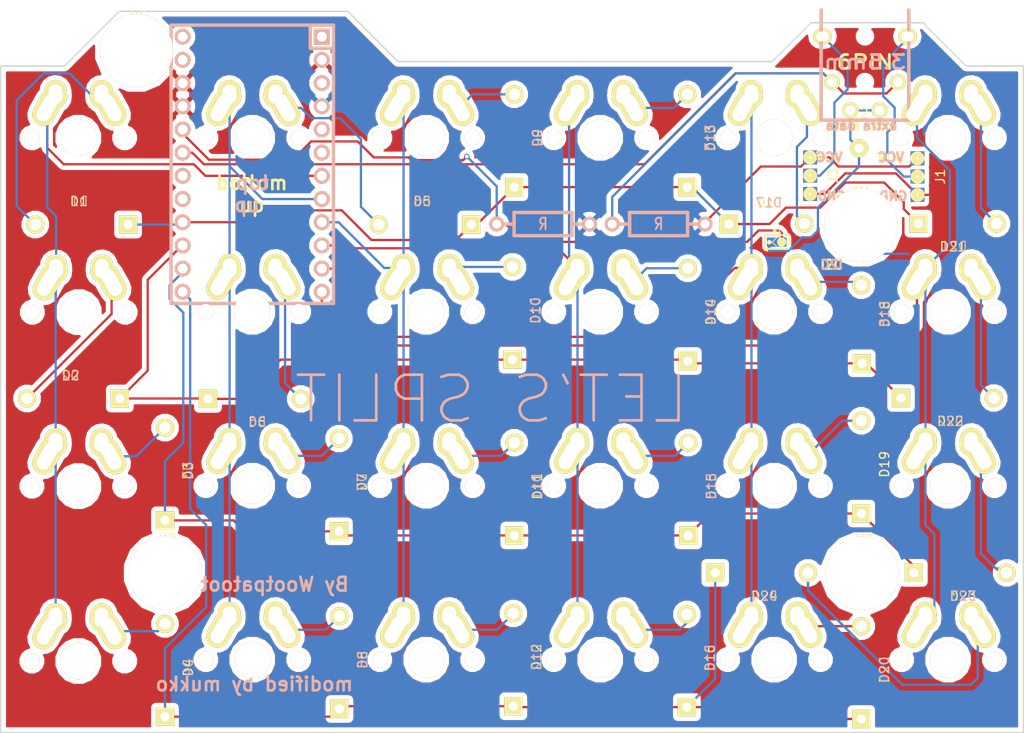
<source format=kicad_pcb>
(kicad_pcb (version 20171130) (host pcbnew "(5.0.0-3-g5ebb6b6)")
  (layers (0 F.Cu signal) (31 B.Cu signal) (34 B.Paste user) (35 F.Paste user) (36 B.SilkS user) (37 F.SilkS user) (38 B.Mask user) (39 F.Mask user) (44 Edge.Cuts user))
  (net 0 "")
  (net 1 "Net-(D1-Pad2)")
  (net 2 row0)
  (net 3 "Net-(D2-Pad2)")
  (net 4 row1)
  (net 5 "Net-(D3-Pad2)")
  (net 6 row2)
  (net 7 "Net-(D4-Pad2)")
  (net 8 row3)
  (net 9 "Net-(D5-Pad2)")
  (net 10 "Net-(D6-Pad2)")
  (net 11 "Net-(D7-Pad2)")
  (net 12 "Net-(D8-Pad2)")
  (net 13 "Net-(D9-Pad2)")
  (net 14 "Net-(D10-Pad2)")
  (net 15 "Net-(D11-Pad2)")
  (net 16 "Net-(D12-Pad2)")
  (net 17 "Net-(D13-Pad2)")
  (net 18 "Net-(D14-Pad2)")
  (net 19 "Net-(D15-Pad2)")
  (net 20 "Net-(D16-Pad2)")
  (net 21 "Net-(D17-Pad2)")
  (net 22 "Net-(D18-Pad2)")
  (net 23 "Net-(D19-Pad2)")
  (net 24 "Net-(D20-Pad2)")
  (net 25 "Net-(D21-Pad2)")
  (net 26 "Net-(D22-Pad2)")
  (net 27 "Net-(D23-Pad2)")
  (net 28 "Net-(D24-Pad2)")
  (net 29 GND)
  (net 30 "Net-(J1-Pad2)")
  (net 31 VCC)
  (net 32 data)
  (net 33 xtradata)
  (net 34 "Net-(J2-Pad4)")
  (net 35 "Net-(R1-Pad2)")
  (net 36 col0)
  (net 37 col1)
  (net 38 col2)
  (net 39 col3)
  (net 40 col4)
  (net 41 col5)
  (net 42 "Net-(U1-Pad1)")
  (net 43 "Net-(U1-Pad3)")
  (net 44 "Net-(U1-Pad5)")
  (net 45 "Net-(U1-Pad6)")
  (net 46 "Net-(U1-Pad22)")
  (net 47 "Net-(U1-Pad23)")
  (net 48 "Net-(U1-Pad28)")
  (net 49 "Net-(U1-Pad29)")
  (module Diodes_ThroughHole:Diode_DO-41_SOD81_Horizontal_RM10 (layer F.Cu) (at 131.25 110.5 90)
    (fp_text reference D20 (at 5.38734 2.53746 90) (layer F.SilkS))
    (fp_text value D)
    (fp_text user D20 (at 5.41 2.54 90) (layer B.SilkS) (effects (justify mirror)))
    (pad 2 thru_hole circle (at 10.16 -0.00254 270) (size 1.99898 1.99898) (drill 1.27) (layers *.Cu *.Mask F.SilkS) (net 24 "Net-(D20-Pad2)"))
    (pad 1 thru_hole rect (at 0 -0.00254 270) (size 1.99898 1.99898) (drill 1.00076) (layers *.Cu *.Mask F.SilkS) (net 8 row3))
  )
  (module Diodes_ThroughHole:Diode_DO-41_SOD81_Horizontal_RM10 (layer F.Cu) (at 74.1 109.4 90)
    (fp_text reference D8 (at 5.38734 2.53746 90) (layer F.SilkS))
    (fp_text value D)
    (fp_text user D8 (at 5.4 2.53 90) (layer B.SilkS) (effects (justify mirror)))
    (pad 2 thru_hole circle (at 10.16 -0.00254 270) (size 1.99898 1.99898) (drill 1.27) (layers *.Cu *.Mask F.SilkS) (net 12 "Net-(D8-Pad2)"))
    (pad 1 thru_hole rect (at 0 -0.00254 270) (size 1.99898 1.99898) (drill 1.00076) (layers *.Cu *.Mask F.SilkS) (net 8 row3))
  )
  (module Diodes_ThroughHole:Diode_DO-41_SOD81_Horizontal_RM10 (layer F.Cu) (at 93.15 109.1 90)
    (fp_text reference D12 (at 5.38734 2.53746 90) (layer F.SilkS))
    (fp_text value D)
    (fp_text user D12 (at 5.39 2.52 90) (layer B.SilkS) (effects (justify mirror)))
    (pad 2 thru_hole circle (at 10.16 -0.00254 270) (size 1.99898 1.99898) (drill 1.27) (layers *.Cu *.Mask F.SilkS) (net 16 "Net-(D12-Pad2)"))
    (pad 1 thru_hole rect (at 0 -0.00254 270) (size 1.99898 1.99898) (drill 1.00076) (layers *.Cu *.Mask F.SilkS) (net 8 row3))
  )
  (module Diodes_ThroughHole:Diode_DO-41_SOD81_Horizontal_RM10 (layer F.Cu) (at 112.15 109.2 90)
    (fp_text reference D16 (at 5.38734 2.53746 90) (layer F.SilkS))
    (fp_text value D)
    (fp_text user D16 (at 5.41 2.51 90) (layer B.SilkS) (effects (justify mirror)))
    (pad 2 thru_hole circle (at 10.16 -0.00254 270) (size 1.99898 1.99898) (drill 1.27) (layers *.Cu *.Mask F.SilkS) (net 20 "Net-(D16-Pad2)"))
    (pad 1 thru_hole rect (at 0 -0.00254 270) (size 1.99898 1.99898) (drill 1.00076) (layers *.Cu *.Mask F.SilkS) (net 8 row3))
  )
  (module Diodes_ThroughHole:Diode_DO-41_SOD81_Horizontal_RM10 (layer F.Cu) (at 115.25 94.5)
    (fp_text reference D24 (at 5.38734 2.53746) (layer F.SilkS))
    (fp_text value D)
    (fp_text user D24 (at 5.39 2.53) (layer B.SilkS) (effects (justify mirror)))
    (pad 2 thru_hole circle (at 10.16 -0.00254 180) (size 1.99898 1.99898) (drill 1.27) (layers *.Cu *.Mask F.SilkS) (net 28 "Net-(D24-Pad2)"))
    (pad 1 thru_hole rect (at 0 -0.00254 180) (size 1.99898 1.99898) (drill 1.00076) (layers *.Cu *.Mask F.SilkS) (net 8 row3))
  )
  (module Diodes_ThroughHole:Diode_DO-41_SOD81_Horizontal_RM10 (layer F.Cu) (at 135.6 75.35)
    (fp_text reference D22 (at 5.38734 2.53746) (layer F.SilkS))
    (fp_text value D)
    (fp_text user D22 (at 5.43 2.54) (layer B.SilkS) (effects (justify mirror)))
    (pad 2 thru_hole circle (at 10.16 -0.00254 180) (size 1.99898 1.99898) (drill 1.27) (layers *.Cu *.Mask F.SilkS) (net 26 "Net-(D22-Pad2)"))
    (pad 1 thru_hole rect (at 0 -0.00254 180) (size 1.99898 1.99898) (drill 1.00076) (layers *.Cu *.Mask F.SilkS) (net 4 row1))
  )
  (module Diodes_ThroughHole:Diode_DO-41_SOD81_Horizontal_RM10 (layer F.Cu) (at 137 94.5)
    (fp_text reference D23 (at 5.38734 2.53746) (layer F.SilkS))
    (fp_text value D)
    (fp_text user D23 (at 5.4 2.54) (layer B.SilkS) (effects (justify mirror)))
    (pad 2 thru_hole circle (at 10.16 -0.00254 180) (size 1.99898 1.99898) (drill 1.27) (layers *.Cu *.Mask F.SilkS) (net 27 "Net-(D23-Pad2)"))
    (pad 1 thru_hole rect (at 0 -0.00254 180) (size 1.99898 1.99898) (drill 1.00076) (layers *.Cu *.Mask F.SilkS) (net 6 row2))
  )
  (module Diodes_ThroughHole:Diode_DO-41_SOD81_Horizontal_RM10 (layer F.Cu) (at 112.3 90.4 90)
    (fp_text reference D15 (at 5.38734 2.53746 90) (layer F.SilkS))
    (fp_text value D)
    (fp_text user D15 (at 5.4 2.53 90) (layer B.SilkS) (effects (justify mirror)))
    (pad 2 thru_hole circle (at 10.16 -0.00254 270) (size 1.99898 1.99898) (drill 1.27) (layers *.Cu *.Mask F.SilkS) (net 19 "Net-(D15-Pad2)"))
    (pad 1 thru_hole rect (at 0 -0.00254 270) (size 1.99898 1.99898) (drill 1.00076) (layers *.Cu *.Mask F.SilkS) (net 6 row2))
  )
  (module Diodes_ThroughHole:Diode_DO-41_SOD81_Horizontal_RM10 (layer F.Cu) (at 93.25 90.4 90)
    (fp_text reference D11 (at 5.38734 2.53746 90) (layer F.SilkS))
    (fp_text value D)
    (fp_text user D11 (at 5.34 2.47 90) (layer B.SilkS) (effects (justify mirror)))
    (pad 2 thru_hole circle (at 10.16 -0.00254 270) (size 1.99898 1.99898) (drill 1.27) (layers *.Cu *.Mask F.SilkS) (net 15 "Net-(D11-Pad2)"))
    (pad 1 thru_hole rect (at 0 -0.00254 270) (size 1.99898 1.99898) (drill 1.00076) (layers *.Cu *.Mask F.SilkS) (net 6 row2))
  )
  (module Diodes_ThroughHole:Diode_DO-41_SOD81_Horizontal_RM10 (layer F.Cu) (at 74.05 89.95 90)
    (fp_text reference D7 (at 5.38734 2.53746 90) (layer F.SilkS))
    (fp_text value D)
    (fp_text user D7 (at 5.4 2.53 90) (layer B.SilkS) (effects (justify mirror)))
    (pad 2 thru_hole circle (at 10.16 -0.00254 270) (size 1.99898 1.99898) (drill 1.27) (layers *.Cu *.Mask F.SilkS) (net 11 "Net-(D7-Pad2)"))
    (pad 1 thru_hole rect (at 0 -0.00254 270) (size 1.99898 1.99898) (drill 1.00076) (layers *.Cu *.Mask F.SilkS) (net 6 row2))
  )
  (module Diodes_ThroughHole:Diode_DO-41_SOD81_Horizontal_RM10 (layer F.Cu) (at 50.05 75.4 180)
    (fp_text reference D2 (at 5.38734 2.53746 180) (layer F.SilkS))
    (fp_text value D)
    (fp_text user D2 (at 5.41 2.48 180) (layer B.SilkS) (effects (justify mirror)))
    (pad 2 thru_hole circle (at 10.16 -0.00254) (size 1.99898 1.99898) (drill 1.27) (layers *.Cu *.Mask F.SilkS) (net 3 "Net-(D2-Pad2)"))
    (pad 1 thru_hole rect (at 0 -0.00254) (size 1.99898 1.99898) (drill 1.00076) (layers *.Cu *.Mask F.SilkS) (net 4 row1))
  )
  (module Diodes_ThroughHole:Diode_DO-41_SOD81_Horizontal_RM10 (layer F.Cu) (at 55 110.25 90)
    (fp_text reference D4 (at 5.38734 2.53746 90) (layer F.SilkS))
    (fp_text value D)
    (fp_text user D4 (at 5.38 2.54 90) (layer B.SilkS) (effects (justify mirror)))
    (pad 2 thru_hole circle (at 10.16 -0.00254 270) (size 1.99898 1.99898) (drill 1.27) (layers *.Cu *.Mask F.SilkS) (net 7 "Net-(D4-Pad2)"))
    (pad 1 thru_hole rect (at 0 -0.00254 270) (size 1.99898 1.99898) (drill 1.00076) (layers *.Cu *.Mask F.SilkS) (net 8 row3))
  )
  (module Diodes_ThroughHole:Diode_DO-41_SOD81_Horizontal_RM10 (layer F.Cu) (at 59.7 75.45)
    (fp_text reference D6 (at 5.38734 2.53746) (layer F.SilkS))
    (fp_text value D)
    (fp_text user D6 (at 5.42 2.47) (layer B.SilkS) (effects (justify mirror)))
    (pad 2 thru_hole circle (at 10.16 -0.00254 180) (size 1.99898 1.99898) (drill 1.27) (layers *.Cu *.Mask F.SilkS) (net 10 "Net-(D6-Pad2)"))
    (pad 1 thru_hole rect (at 0 -0.00254 180) (size 1.99898 1.99898) (drill 1.00076) (layers *.Cu *.Mask F.SilkS) (net 4 row1))
  )
  (module Diodes_ThroughHole:Diode_DO-41_SOD81_Horizontal_RM10 (layer F.Cu) (at 93.05 71.15 90)
    (fp_text reference D10 (at 5.38734 2.53746 90) (layer F.SilkS))
    (fp_text value D)
    (fp_text user D10 (at 5.4 2.5 90) (layer B.SilkS) (effects (justify mirror)))
    (pad 2 thru_hole circle (at 10.16 -0.00254 270) (size 1.99898 1.99898) (drill 1.27) (layers *.Cu *.Mask F.SilkS) (net 14 "Net-(D10-Pad2)"))
    (pad 1 thru_hole rect (at 0 -0.00254 270) (size 1.99898 1.99898) (drill 1.00076) (layers *.Cu *.Mask F.SilkS) (net 4 row1))
  )
  (module Diodes_ThroughHole:Diode_DO-41_SOD81_Horizontal_RM10 (layer F.Cu) (at 112.25 71.3 90)
    (fp_text reference D14 (at 5.38734 2.53746 90) (layer F.SilkS))
    (fp_text value D)
    (fp_text user D14 (at 5.38 2.51 90) (layer B.SilkS) (effects (justify mirror)))
    (pad 2 thru_hole circle (at 10.16 -0.00254 270) (size 1.99898 1.99898) (drill 1.27) (layers *.Cu *.Mask F.SilkS) (net 18 "Net-(D14-Pad2)"))
    (pad 1 thru_hole rect (at 0 -0.00254 270) (size 1.99898 1.99898) (drill 1.00076) (layers *.Cu *.Mask F.SilkS) (net 4 row1))
  )
  (module Diodes_ThroughHole:Diode_DO-41_SOD81_Horizontal_RM10 (layer F.Cu) (at 131.3 71.55 90)
    (fp_text reference D18 (at 5.38734 2.53746 90) (layer F.SilkS))
    (fp_text value D)
    (fp_text user D18 (at 5.44 2.48 90) (layer B.SilkS) (effects (justify mirror)))
    (pad 2 thru_hole circle (at 8.55 -0.05 270) (size 1.99898 1.99898) (drill 1.27) (layers *.Cu *.Mask F.SilkS) (net 22 "Net-(D18-Pad2)"))
    (pad 1 thru_hole rect (at 0 -0.00254 270) (size 1.99898 1.99898) (drill 1.00076) (layers *.Cu *.Mask F.SilkS) (net 4 row1))
  )
  (module Diodes_ThroughHole:Diode_DO-41_SOD81_Horizontal_RM10 (layer F.Cu) (at 135.9 56.25)
    (fp_text reference D21 (at 5.38734 2.53746) (layer F.SilkS))
    (fp_text value D)
    (fp_text user D21 (at 5.51 2.49) (layer B.SilkS) (effects (justify mirror)))
    (pad 2 thru_hole circle (at 10.16 -0.00254 180) (size 1.99898 1.99898) (drill 1.27) (layers *.Cu *.Mask F.SilkS) (net 25 "Net-(D21-Pad2)"))
    (pad 1 thru_hole rect (at 1.6 0 180) (size 1.99898 1.99898) (drill 1.00076) (layers *.Cu *.Mask F.SilkS) (net 2 row0))
  )
  (module Diodes_ThroughHole:Diode_DO-41_SOD81_Horizontal_RM10 (layer F.Cu) (at 116.75 56.3)
    (fp_text reference D17 (at 4.5 -2.3) (layer F.SilkS))
    (fp_text value D)
    (fp_text user D17 (at 4.37 -2.35) (layer B.SilkS) (effects (justify mirror)))
    (pad 2 thru_hole circle (at 8.25 -0.05 180) (size 1.99898 1.99898) (drill 1.27) (layers *.Cu *.Mask F.SilkS) (net 21 "Net-(D17-Pad2)"))
    (pad 1 thru_hole rect (at 0 -0.00254 180) (size 1.99898 1.99898) (drill 1.00076) (layers *.Cu *.Mask F.SilkS) (net 2 row0))
  )
  (module Diodes_ThroughHole:Diode_DO-41_SOD81_Horizontal_RM10 (layer F.Cu) (at 112.2 52.25 90)
    (fp_text reference D13 (at 5.38734 2.53746 90) (layer F.SilkS))
    (fp_text value D)
    (fp_text user D13 (at 5.39 2.46 90) (layer B.SilkS) (effects (justify mirror)))
    (pad 2 thru_hole circle (at 10.16 -0.00254 270) (size 1.99898 1.99898) (drill 1.27) (layers *.Cu *.Mask F.SilkS) (net 17 "Net-(D13-Pad2)"))
    (pad 1 thru_hole rect (at 0 -0.00254 270) (size 1.99898 1.99898) (drill 1.00076) (layers *.Cu *.Mask F.SilkS) (net 2 row0))
  )
  (module Diodes_ThroughHole:Diode_DO-41_SOD81_Horizontal_RM10 (layer F.Cu) (at 93.25 52.25 90)
    (fp_text reference D9 (at 5.38734 2.53746 90) (layer F.SilkS))
    (fp_text value D)
    (fp_text user D9 (at 5.39 2.54 90) (layer B.SilkS) (effects (justify mirror)))
    (pad 2 thru_hole circle (at 10.16 -0.00254 270) (size 1.99898 1.99898) (drill 1.27) (layers *.Cu *.Mask F.SilkS) (net 13 "Net-(D9-Pad2)"))
    (pad 1 thru_hole rect (at 0 -0.00254 270) (size 1.99898 1.99898) (drill 1.00076) (layers *.Cu *.Mask F.SilkS) (net 2 row0))
  )
  (module Diodes_ThroughHole:Diode_DO-41_SOD81_Horizontal_RM10 (layer F.Cu) (at 88.55 56.35 180)
    (fp_text reference D5 (at 5.38734 2.53746 180) (layer F.SilkS))
    (fp_text value D)
    (fp_text user D5 (at 5.4 2.53 180) (layer B.SilkS) (effects (justify mirror)))
    (pad 2 thru_hole circle (at 10.16 -0.00254) (size 1.99898 1.99898) (drill 1.27) (layers *.Cu *.Mask F.SilkS) (net 9 "Net-(D5-Pad2)"))
    (pad 1 thru_hole rect (at 0 -0.00254) (size 1.99898 1.99898) (drill 1.00076) (layers *.Cu *.Mask F.SilkS) (net 2 row0))
  )
  (module Diodes_ThroughHole:Diode_DO-41_SOD81_Horizontal_RM10 (layer F.Cu) (at 50.95 56.35 180)
    (fp_text reference D1 (at 5.38734 2.53746 180) (layer F.SilkS))
    (fp_text value D)
    (fp_text user D1 (at 5.35 2.54 180) (layer B.SilkS) (effects (justify mirror)))
    (pad 2 thru_hole circle (at 10.16 -0.00254) (size 1.99898 1.99898) (drill 1.27) (layers *.Cu *.Mask F.SilkS) (net 1 "Net-(D1-Pad2)"))
    (pad 1 thru_hole rect (at 0 -0.00254) (size 1.99898 1.99898) (drill 1.00076) (layers *.Cu *.Mask F.SilkS) (net 2 row0))
  )
  (module Diodes_ThroughHole:Diode_DO-41_SOD81_Horizontal_RM10 (layer F.Cu) (at 55 88.75 90)
    (fp_text reference D3 (at 5.44 2.55 90) (layer F.SilkS))
    (fp_text value D)
    (fp_text user D3 (at 5.45 2.47 90) (layer B.SilkS) (effects (justify mirror)))
    (pad 2 thru_hole circle (at 10.16 -0.00254 270) (size 1.99898 1.99898) (drill 1.27) (layers *.Cu *.Mask F.SilkS) (net 5 "Net-(D3-Pad2)"))
    (pad 1 thru_hole rect (at 0 -0.00254 270) (size 1.99898 1.99898) (drill 1.00076) (layers *.Cu *.Mask F.SilkS) (net 6 row2))
  )
  (module Diodes_ThroughHole:Diode_DO-41_SOD81_Horizontal_RM10 (layer F.Cu) (at 131.25 88 90)
    (fp_text reference D19 (at 5.38734 2.53746 90) (layer F.SilkS))
    (fp_text value D)
    (pad 2 thru_hole circle (at 10.16 -0.00254 270) (size 1.99898 1.99898) (drill 1.27) (layers *.Cu *.Mask F.SilkS) (net 23 "Net-(D19-Pad2)"))
    (pad 1 thru_hole rect (at 0 -0.00254 270) (size 1.99898 1.99898) (drill 1.00076) (layers *.Cu *.Mask F.SilkS) (net 6 row2))
  )
  (module footprint:4pin35mmAudio (layer F.Cu) (at 131.65 32.85 270)
    (fp_text reference J2 hide)
    (fp_text value 6PIN (at 5.715 0) (layer F.SilkS) (effects (font (size 1.524 1.778) (thickness 0.3048))))
    (fp_text user 3.5mm (at 5.715 0) (layer B.SilkS) (effects (font (size 1.524 1.778) (thickness 0.3048)) (justify mirror)))
    (pad 1 thru_hole oval (at 2.8956 -4.6482 270) (size 1.7526 2.0574) (drill oval 1.0922 1.397) (layers *.Cu *.Mask F.SilkS) (net 30 "Net-(J1-Pad2)"))
    (pad 2 thru_hole circle (at 7.8994 3.6068 270) (size 1.7526 1.7526) (drill 1.0922) (layers *.Cu *.Mask F.SilkS) (net 32 data))
    (pad 3 thru_hole circle (at 10.9982 -1.6002 270) (size 1.7526 1.7526) (drill 1.0922) (layers *.Cu *.Mask F.SilkS) (net 33 xtradata))
    (pad 4 thru_hole oval (at 2.8956 4.6482 270) (size 1.7526 2.0574) (drill oval 1.0922 1.397) (layers *.Cu *.Mask F.SilkS) (net 34 "Net-(J2-Pad4)"))
    (pad 5 thru_hole circle (at 10.9982 1.6002 270) (size 1.7526 1.7526) (drill 1.0922) (layers *.Cu *.Mask F.SilkS) (net 33 xtradata))
    (pad 6 thru_hole circle (at 7.8994 -3.6068 270) (size 1.7526 1.7526) (drill 1.0922) (layers *.Cu *.Mask F.SilkS) (net 32 data))
    (pad HOLE np_thru_hole circle (at 2.8956 0 270) (size 0.9906 0.9906) (drill 0.9906) (layers *.Cu *.Mask F.SilkS))
    (pad HOLE np_thru_hole circle (at 7.8994 0 270) (size 0.9906 0.9906) (drill 0.9906) (layers *.Cu *.Mask F.SilkS))
  )
  (module footprint:RESISTOR (layer B.Cu) (at 96.4 56.3 180)
    (fp_text reference R1 hide)
    (fp_text value R (at 0 0) (layer B.SilkS) (effects (font (size 1.27 1.016) (thickness 0.2032)) (justify mirror)))
    (pad 1 thru_hole circle (at -5.08 0 180) (size 1.651 1.651) (drill 0.9906) (layers *.Cu *.SilkS *.Mask) (net 31 VCC))
    (pad 2 thru_hole circle (at 5.08 0 180) (size 1.651 1.651) (drill 0.9906) (layers *.Cu *.SilkS *.Mask) (net 35 "Net-(R1-Pad2)"))
  )
  (module footprint:RESISTOR (layer B.Cu) (at 109.05 56.3)
    (fp_text reference R2 hide)
    (fp_text value R (at 0 0) (layer B.SilkS) (effects (font (size 1.27 1.016) (thickness 0.2032)) (justify mirror)))
    (pad 1 thru_hole circle (at -5.08 0) (size 1.651 1.651) (drill 0.9906) (layers *.Cu *.SilkS *.Mask) (net 32 data))
    (pad 2 thru_hole circle (at 5.08 0) (size 1.651 1.651) (drill 0.9906) (layers *.Cu *.SilkS *.Mask) (net 31 VCC))
  )
  (module flipalps:MXALPS_FLIP (layer F.Cu) (at 45.5 46.85)
    (fp_text reference SW1 hide)
    (fp_text value SW_PUSH hide)
    (pad 1 thru_hole oval (at -2.48 -4.79 3.9) (size 2.5 3.08) (drill oval 1.5 2.08) (layers *.Cu *.Mask F.SilkS) (net 36 col0))
    (pad 2 thru_hole oval (at 3.595 -3.27 29) (size 2.5 4.17) (drill oval 1.5 3.17) (layers *.Cu *.Mask F.SilkS) (net 1 "Net-(D1-Pad2)"))
    (pad "" np_thru_hole circle (at 0 0) (size 3.98781 3.98781) (drill 3.9878) (layers *.Cu *.Mask F.SilkS) (clearance 0.1524))
    (pad "" np_thru_hole circle (at -5.08 0) (size 1.70181 1.70181) (drill 1.7018) (layers *.Cu *.Mask F.SilkS) (clearance 0.1524))
    (pad "" np_thru_hole circle (at 5.08 0) (size 1.70181 1.70181) (drill 1.7018) (layers *.Cu *.Mask F.SilkS) (clearance 0.1524))
    (pad 1 thru_hole oval (at -3.405 -3.27 330.95) (size 2.5 4.17) (drill oval 1.5 3.17) (layers *.Cu *.Mask F.SilkS) (net 36 col0))
    (pad 2 thru_hole oval (at 2.52 -4.79 356.1) (size 2.5 3.08) (drill oval 1.5 2.08) (layers *.Cu *.Mask F.SilkS) (net 1 "Net-(D1-Pad2)"))
  )
  (module flipalps:MXALPS_FLIP (layer F.Cu) (at 45.55 65.95)
    (fp_text reference SW2 hide)
    (fp_text value SW_PUSH hide)
    (pad 1 thru_hole oval (at -2.48 -4.79 3.9) (size 2.5 3.08) (drill oval 1.5 2.08) (layers *.Cu *.Mask F.SilkS) (net 36 col0))
    (pad 2 thru_hole oval (at 3.595 -3.27 29) (size 2.5 4.17) (drill oval 1.5 3.17) (layers *.Cu *.Mask F.SilkS) (net 3 "Net-(D2-Pad2)"))
    (pad "" np_thru_hole circle (at 0 0) (size 3.98781 3.98781) (drill 3.9878) (layers *.Cu *.Mask F.SilkS) (clearance 0.1524))
    (pad "" np_thru_hole circle (at -5.08 0) (size 1.70181 1.70181) (drill 1.7018) (layers *.Cu *.Mask F.SilkS) (clearance 0.1524))
    (pad "" np_thru_hole circle (at 5.08 0) (size 1.70181 1.70181) (drill 1.7018) (layers *.Cu *.Mask F.SilkS) (clearance 0.1524))
    (pad 1 thru_hole oval (at -3.405 -3.27 330.95) (size 2.5 4.17) (drill oval 1.5 3.17) (layers *.Cu *.Mask F.SilkS) (net 36 col0))
    (pad 2 thru_hole oval (at 2.52 -4.79 356.1) (size 2.5 3.08) (drill oval 1.5 2.08) (layers *.Cu *.Mask F.SilkS) (net 3 "Net-(D2-Pad2)"))
  )
  (module flipalps:MXALPS_FLIP (layer F.Cu) (at 45.5 85)
    (fp_text reference SW3 hide)
    (fp_text value SW_PUSH hide)
    (pad 1 thru_hole oval (at -2.48 -4.79 3.9) (size 2.5 3.08) (drill oval 1.5 2.08) (layers *.Cu *.Mask F.SilkS) (net 36 col0))
    (pad 2 thru_hole oval (at 3.595 -3.27 29) (size 2.5 4.17) (drill oval 1.5 3.17) (layers *.Cu *.Mask F.SilkS) (net 5 "Net-(D3-Pad2)"))
    (pad "" np_thru_hole circle (at 0 0) (size 3.98781 3.98781) (drill 3.9878) (layers *.Cu *.Mask F.SilkS) (clearance 0.1524))
    (pad "" np_thru_hole circle (at -5.08 0) (size 1.70181 1.70181) (drill 1.7018) (layers *.Cu *.Mask F.SilkS) (clearance 0.1524))
    (pad "" np_thru_hole circle (at 5.08 0) (size 1.70181 1.70181) (drill 1.7018) (layers *.Cu *.Mask F.SilkS) (clearance 0.1524))
    (pad 1 thru_hole oval (at -3.405 -3.27 330.95) (size 2.5 4.17) (drill oval 1.5 3.17) (layers *.Cu *.Mask F.SilkS) (net 36 col0))
    (pad 2 thru_hole oval (at 2.52 -4.79 356.1) (size 2.5 3.08) (drill oval 1.5 2.08) (layers *.Cu *.Mask F.SilkS) (net 5 "Net-(D3-Pad2)"))
  )
  (module flipalps:MXALPS_FLIP (layer F.Cu) (at 45.5 104.15)
    (fp_text reference SW4 hide)
    (fp_text value SW_PUSH hide)
    (pad 1 thru_hole oval (at -2.48 -4.79 3.9) (size 2.5 3.08) (drill oval 1.5 2.08) (layers *.Cu *.Mask F.SilkS) (net 36 col0))
    (pad 2 thru_hole oval (at 3.595 -3.27 29) (size 2.5 4.17) (drill oval 1.5 3.17) (layers *.Cu *.Mask F.SilkS) (net 7 "Net-(D4-Pad2)"))
    (pad "" np_thru_hole circle (at 0 0) (size 3.98781 3.98781) (drill 3.9878) (layers *.Cu *.Mask F.SilkS) (clearance 0.1524))
    (pad "" np_thru_hole circle (at -5.08 0) (size 1.70181 1.70181) (drill 1.7018) (layers *.Cu *.Mask F.SilkS) (clearance 0.1524))
    (pad "" np_thru_hole circle (at 5.08 0) (size 1.70181 1.70181) (drill 1.7018) (layers *.Cu *.Mask F.SilkS) (clearance 0.1524))
    (pad 1 thru_hole oval (at -3.405 -3.27 330.95) (size 2.5 4.17) (drill oval 1.5 3.17) (layers *.Cu *.Mask F.SilkS) (net 36 col0))
    (pad 2 thru_hole oval (at 2.52 -4.79 356.1) (size 2.5 3.08) (drill oval 1.5 2.08) (layers *.Cu *.Mask F.SilkS) (net 7 "Net-(D4-Pad2)"))
  )
  (module flipalps:MXALPS_FLIP (layer F.Cu) (at 64.55 46.85)
    (fp_text reference SW5 hide)
    (fp_text value SW_PUSH hide)
    (pad 1 thru_hole oval (at -2.48 -4.79 3.9) (size 2.5 3.08) (drill oval 1.5 2.08) (layers *.Cu *.Mask F.SilkS) (net 37 col1))
    (pad 2 thru_hole oval (at 3.595 -3.27 29) (size 2.5 4.17) (drill oval 1.5 3.17) (layers *.Cu *.Mask F.SilkS) (net 9 "Net-(D5-Pad2)"))
    (pad "" np_thru_hole circle (at 0 0) (size 3.98781 3.98781) (drill 3.9878) (layers *.Cu *.Mask F.SilkS) (clearance 0.1524))
    (pad "" np_thru_hole circle (at -5.08 0) (size 1.70181 1.70181) (drill 1.7018) (layers *.Cu *.Mask F.SilkS) (clearance 0.1524))
    (pad "" np_thru_hole circle (at 5.08 0) (size 1.70181 1.70181) (drill 1.7018) (layers *.Cu *.Mask F.SilkS) (clearance 0.1524))
    (pad 1 thru_hole oval (at -3.405 -3.27 330.95) (size 2.5 4.17) (drill oval 1.5 3.17) (layers *.Cu *.Mask F.SilkS) (net 37 col1))
    (pad 2 thru_hole oval (at 2.52 -4.79 356.1) (size 2.5 3.08) (drill oval 1.5 2.08) (layers *.Cu *.Mask F.SilkS) (net 9 "Net-(D5-Pad2)"))
  )
  (module flipalps:MXALPS_FLIP (layer F.Cu) (at 64.55 65.9)
    (fp_text reference SW6 hide)
    (fp_text value SW_PUSH hide)
    (pad 1 thru_hole oval (at -2.48 -4.79 3.9) (size 2.5 3.08) (drill oval 1.5 2.08) (layers *.Cu *.Mask F.SilkS) (net 37 col1))
    (pad 2 thru_hole oval (at 3.595 -3.27 29) (size 2.5 4.17) (drill oval 1.5 3.17) (layers *.Cu *.Mask F.SilkS) (net 10 "Net-(D6-Pad2)"))
    (pad "" np_thru_hole circle (at 0 0) (size 3.98781 3.98781) (drill 3.9878) (layers *.Cu *.Mask F.SilkS) (clearance 0.1524))
    (pad "" np_thru_hole circle (at -5.08 0) (size 1.70181 1.70181) (drill 1.7018) (layers *.Cu *.Mask F.SilkS) (clearance 0.1524))
    (pad "" np_thru_hole circle (at 5.08 0) (size 1.70181 1.70181) (drill 1.7018) (layers *.Cu *.Mask F.SilkS) (clearance 0.1524))
    (pad 1 thru_hole oval (at -3.405 -3.27 330.95) (size 2.5 4.17) (drill oval 1.5 3.17) (layers *.Cu *.Mask F.SilkS) (net 37 col1))
    (pad 2 thru_hole oval (at 2.52 -4.79 356.1) (size 2.5 3.08) (drill oval 1.5 2.08) (layers *.Cu *.Mask F.SilkS) (net 10 "Net-(D6-Pad2)"))
  )
  (module flipalps:MXALPS_FLIP (layer F.Cu) (at 64.55 84.95)
    (fp_text reference SW7 hide)
    (fp_text value SW_PUSH hide)
    (pad 1 thru_hole oval (at -2.48 -4.79 3.9) (size 2.5 3.08) (drill oval 1.5 2.08) (layers *.Cu *.Mask F.SilkS) (net 37 col1))
    (pad 2 thru_hole oval (at 3.595 -3.27 29) (size 2.5 4.17) (drill oval 1.5 3.17) (layers *.Cu *.Mask F.SilkS) (net 11 "Net-(D7-Pad2)"))
    (pad "" np_thru_hole circle (at 0 0) (size 3.98781 3.98781) (drill 3.9878) (layers *.Cu *.Mask F.SilkS) (clearance 0.1524))
    (pad "" np_thru_hole circle (at -5.08 0) (size 1.70181 1.70181) (drill 1.7018) (layers *.Cu *.Mask F.SilkS) (clearance 0.1524))
    (pad "" np_thru_hole circle (at 5.08 0) (size 1.70181 1.70181) (drill 1.7018) (layers *.Cu *.Mask F.SilkS) (clearance 0.1524))
    (pad 1 thru_hole oval (at -3.405 -3.27 330.95) (size 2.5 4.17) (drill oval 1.5 3.17) (layers *.Cu *.Mask F.SilkS) (net 37 col1))
    (pad 2 thru_hole oval (at 2.52 -4.79 356.1) (size 2.5 3.08) (drill oval 1.5 2.08) (layers *.Cu *.Mask F.SilkS) (net 11 "Net-(D7-Pad2)"))
  )
  (module flipalps:MXALPS_FLIP (layer F.Cu) (at 64.55 104)
    (fp_text reference SW8 hide)
    (fp_text value SW_PUSH hide)
    (pad 1 thru_hole oval (at -2.48 -4.79 3.9) (size 2.5 3.08) (drill oval 1.5 2.08) (layers *.Cu *.Mask F.SilkS) (net 37 col1))
    (pad 2 thru_hole oval (at 3.595 -3.27 29) (size 2.5 4.17) (drill oval 1.5 3.17) (layers *.Cu *.Mask F.SilkS) (net 12 "Net-(D8-Pad2)"))
    (pad "" np_thru_hole circle (at 0 0) (size 3.98781 3.98781) (drill 3.9878) (layers *.Cu *.Mask F.SilkS) (clearance 0.1524))
    (pad "" np_thru_hole circle (at -5.08 0) (size 1.70181 1.70181) (drill 1.7018) (layers *.Cu *.Mask F.SilkS) (clearance 0.1524))
    (pad "" np_thru_hole circle (at 5.08 0) (size 1.70181 1.70181) (drill 1.7018) (layers *.Cu *.Mask F.SilkS) (clearance 0.1524))
    (pad 1 thru_hole oval (at -3.405 -3.27 330.95) (size 2.5 4.17) (drill oval 1.5 3.17) (layers *.Cu *.Mask F.SilkS) (net 37 col1))
    (pad 2 thru_hole oval (at 2.52 -4.79 356.1) (size 2.5 3.08) (drill oval 1.5 2.08) (layers *.Cu *.Mask F.SilkS) (net 12 "Net-(D8-Pad2)"))
  )
  (module flipalps:MXALPS_FLIP (layer F.Cu) (at 83.6 46.85)
    (fp_text reference SW9 hide)
    (fp_text value SW_PUSH hide)
    (pad 1 thru_hole oval (at -2.48 -4.79 3.9) (size 2.5 3.08) (drill oval 1.5 2.08) (layers *.Cu *.Mask F.SilkS) (net 38 col2))
    (pad 2 thru_hole oval (at 3.595 -3.27 29) (size 2.5 4.17) (drill oval 1.5 3.17) (layers *.Cu *.Mask F.SilkS) (net 13 "Net-(D9-Pad2)"))
    (pad "" np_thru_hole circle (at 0 0) (size 3.98781 3.98781) (drill 3.9878) (layers *.Cu *.Mask F.SilkS) (clearance 0.1524))
    (pad "" np_thru_hole circle (at -5.08 0) (size 1.70181 1.70181) (drill 1.7018) (layers *.Cu *.Mask F.SilkS) (clearance 0.1524))
    (pad "" np_thru_hole circle (at 5.08 0) (size 1.70181 1.70181) (drill 1.7018) (layers *.Cu *.Mask F.SilkS) (clearance 0.1524))
    (pad 1 thru_hole oval (at -3.405 -3.27 330.95) (size 2.5 4.17) (drill oval 1.5 3.17) (layers *.Cu *.Mask F.SilkS) (net 38 col2))
    (pad 2 thru_hole oval (at 2.52 -4.79 356.1) (size 2.5 3.08) (drill oval 1.5 2.08) (layers *.Cu *.Mask F.SilkS) (net 13 "Net-(D9-Pad2)"))
  )
  (module flipalps:MXALPS_FLIP (layer F.Cu) (at 83.6 65.9)
    (fp_text reference SW10 hide)
    (fp_text value SW_PUSH hide)
    (pad 1 thru_hole oval (at -2.48 -4.79 3.9) (size 2.5 3.08) (drill oval 1.5 2.08) (layers *.Cu *.Mask F.SilkS) (net 38 col2))
    (pad 2 thru_hole oval (at 3.595 -3.27 29) (size 2.5 4.17) (drill oval 1.5 3.17) (layers *.Cu *.Mask F.SilkS) (net 14 "Net-(D10-Pad2)"))
    (pad "" np_thru_hole circle (at 0 0) (size 3.98781 3.98781) (drill 3.9878) (layers *.Cu *.Mask F.SilkS) (clearance 0.1524))
    (pad "" np_thru_hole circle (at -5.08 0) (size 1.70181 1.70181) (drill 1.7018) (layers *.Cu *.Mask F.SilkS) (clearance 0.1524))
    (pad "" np_thru_hole circle (at 5.08 0) (size 1.70181 1.70181) (drill 1.7018) (layers *.Cu *.Mask F.SilkS) (clearance 0.1524))
    (pad 1 thru_hole oval (at -3.405 -3.27 330.95) (size 2.5 4.17) (drill oval 1.5 3.17) (layers *.Cu *.Mask F.SilkS) (net 38 col2))
    (pad 2 thru_hole oval (at 2.52 -4.79 356.1) (size 2.5 3.08) (drill oval 1.5 2.08) (layers *.Cu *.Mask F.SilkS) (net 14 "Net-(D10-Pad2)"))
  )
  (module flipalps:MXALPS_FLIP (layer F.Cu) (at 83.6 84.95)
    (fp_text reference SW11 hide)
    (fp_text value SW_PUSH hide)
    (pad 1 thru_hole oval (at -2.48 -4.79 3.9) (size 2.5 3.08) (drill oval 1.5 2.08) (layers *.Cu *.Mask F.SilkS) (net 38 col2))
    (pad 2 thru_hole oval (at 3.595 -3.27 29) (size 2.5 4.17) (drill oval 1.5 3.17) (layers *.Cu *.Mask F.SilkS) (net 15 "Net-(D11-Pad2)"))
    (pad "" np_thru_hole circle (at 0 0) (size 3.98781 3.98781) (drill 3.9878) (layers *.Cu *.Mask F.SilkS) (clearance 0.1524))
    (pad "" np_thru_hole circle (at -5.08 0) (size 1.70181 1.70181) (drill 1.7018) (layers *.Cu *.Mask F.SilkS) (clearance 0.1524))
    (pad "" np_thru_hole circle (at 5.08 0) (size 1.70181 1.70181) (drill 1.7018) (layers *.Cu *.Mask F.SilkS) (clearance 0.1524))
    (pad 1 thru_hole oval (at -3.405 -3.27 330.95) (size 2.5 4.17) (drill oval 1.5 3.17) (layers *.Cu *.Mask F.SilkS) (net 38 col2))
    (pad 2 thru_hole oval (at 2.52 -4.79 356.1) (size 2.5 3.08) (drill oval 1.5 2.08) (layers *.Cu *.Mask F.SilkS) (net 15 "Net-(D11-Pad2)"))
  )
  (module flipalps:MXALPS_FLIP (layer F.Cu) (at 83.6 104)
    (fp_text reference SW12 hide)
    (fp_text value SW_PUSH hide)
    (pad 1 thru_hole oval (at -2.48 -4.79 3.9) (size 2.5 3.08) (drill oval 1.5 2.08) (layers *.Cu *.Mask F.SilkS) (net 38 col2))
    (pad 2 thru_hole oval (at 3.595 -3.27 29) (size 2.5 4.17) (drill oval 1.5 3.17) (layers *.Cu *.Mask F.SilkS) (net 16 "Net-(D12-Pad2)"))
    (pad "" np_thru_hole circle (at 0 0) (size 3.98781 3.98781) (drill 3.9878) (layers *.Cu *.Mask F.SilkS) (clearance 0.1524))
    (pad "" np_thru_hole circle (at -5.08 0) (size 1.70181 1.70181) (drill 1.7018) (layers *.Cu *.Mask F.SilkS) (clearance 0.1524))
    (pad "" np_thru_hole circle (at 5.08 0) (size 1.70181 1.70181) (drill 1.7018) (layers *.Cu *.Mask F.SilkS) (clearance 0.1524))
    (pad 1 thru_hole oval (at -3.405 -3.27 330.95) (size 2.5 4.17) (drill oval 1.5 3.17) (layers *.Cu *.Mask F.SilkS) (net 38 col2))
    (pad 2 thru_hole oval (at 2.52 -4.79 356.1) (size 2.5 3.08) (drill oval 1.5 2.08) (layers *.Cu *.Mask F.SilkS) (net 16 "Net-(D12-Pad2)"))
  )
  (module flipalps:MXALPS_FLIP (layer F.Cu) (at 102.65 46.85)
    (fp_text reference SW13 hide)
    (fp_text value SW_PUSH hide)
    (pad 1 thru_hole oval (at -2.48 -4.79 3.9) (size 2.5 3.08) (drill oval 1.5 2.08) (layers *.Cu *.Mask F.SilkS) (net 39 col3))
    (pad 2 thru_hole oval (at 3.595 -3.27 29) (size 2.5 4.17) (drill oval 1.5 3.17) (layers *.Cu *.Mask F.SilkS) (net 17 "Net-(D13-Pad2)"))
    (pad "" np_thru_hole circle (at 0 0) (size 3.98781 3.98781) (drill 3.9878) (layers *.Cu *.Mask F.SilkS) (clearance 0.1524))
    (pad "" np_thru_hole circle (at -5.08 0) (size 1.70181 1.70181) (drill 1.7018) (layers *.Cu *.Mask F.SilkS) (clearance 0.1524))
    (pad "" np_thru_hole circle (at 5.08 0) (size 1.70181 1.70181) (drill 1.7018) (layers *.Cu *.Mask F.SilkS) (clearance 0.1524))
    (pad 1 thru_hole oval (at -3.405 -3.27 330.95) (size 2.5 4.17) (drill oval 1.5 3.17) (layers *.Cu *.Mask F.SilkS) (net 39 col3))
    (pad 2 thru_hole oval (at 2.52 -4.79 356.1) (size 2.5 3.08) (drill oval 1.5 2.08) (layers *.Cu *.Mask F.SilkS) (net 17 "Net-(D13-Pad2)"))
  )
  (module flipalps:MXALPS_FLIP (layer F.Cu) (at 102.65 65.9)
    (fp_text reference SW14 hide)
    (fp_text value SW_PUSH hide)
    (pad 1 thru_hole oval (at -2.48 -4.79 3.9) (size 2.5 3.08) (drill oval 1.5 2.08) (layers *.Cu *.Mask F.SilkS) (net 39 col3))
    (pad 2 thru_hole oval (at 3.595 -3.27 29) (size 2.5 4.17) (drill oval 1.5 3.17) (layers *.Cu *.Mask F.SilkS) (net 18 "Net-(D14-Pad2)"))
    (pad "" np_thru_hole circle (at 0 0) (size 3.98781 3.98781) (drill 3.9878) (layers *.Cu *.Mask F.SilkS) (clearance 0.1524))
    (pad "" np_thru_hole circle (at -5.08 0) (size 1.70181 1.70181) (drill 1.7018) (layers *.Cu *.Mask F.SilkS) (clearance 0.1524))
    (pad "" np_thru_hole circle (at 5.08 0) (size 1.70181 1.70181) (drill 1.7018) (layers *.Cu *.Mask F.SilkS) (clearance 0.1524))
    (pad 1 thru_hole oval (at -3.405 -3.27 330.95) (size 2.5 4.17) (drill oval 1.5 3.17) (layers *.Cu *.Mask F.SilkS) (net 39 col3))
    (pad 2 thru_hole oval (at 2.52 -4.79 356.1) (size 2.5 3.08) (drill oval 1.5 2.08) (layers *.Cu *.Mask F.SilkS) (net 18 "Net-(D14-Pad2)"))
  )
  (module flipalps:MXALPS_FLIP (layer F.Cu) (at 102.65 84.95)
    (fp_text reference SW15 hide)
    (fp_text value SW_PUSH hide)
    (pad 1 thru_hole oval (at -2.48 -4.79 3.9) (size 2.5 3.08) (drill oval 1.5 2.08) (layers *.Cu *.Mask F.SilkS) (net 39 col3))
    (pad 2 thru_hole oval (at 3.595 -3.27 29) (size 2.5 4.17) (drill oval 1.5 3.17) (layers *.Cu *.Mask F.SilkS) (net 19 "Net-(D15-Pad2)"))
    (pad "" np_thru_hole circle (at 0 0) (size 3.98781 3.98781) (drill 3.9878) (layers *.Cu *.Mask F.SilkS) (clearance 0.1524))
    (pad "" np_thru_hole circle (at -5.08 0) (size 1.70181 1.70181) (drill 1.7018) (layers *.Cu *.Mask F.SilkS) (clearance 0.1524))
    (pad "" np_thru_hole circle (at 5.08 0) (size 1.70181 1.70181) (drill 1.7018) (layers *.Cu *.Mask F.SilkS) (clearance 0.1524))
    (pad 1 thru_hole oval (at -3.405 -3.27 330.95) (size 2.5 4.17) (drill oval 1.5 3.17) (layers *.Cu *.Mask F.SilkS) (net 39 col3))
    (pad 2 thru_hole oval (at 2.52 -4.79 356.1) (size 2.5 3.08) (drill oval 1.5 2.08) (layers *.Cu *.Mask F.SilkS) (net 19 "Net-(D15-Pad2)"))
  )
  (module flipalps:MXALPS_FLIP (layer F.Cu) (at 102.65 104)
    (fp_text reference SW16 hide)
    (fp_text value SW_PUSH hide)
    (pad 1 thru_hole oval (at -2.48 -4.79 3.9) (size 2.5 3.08) (drill oval 1.5 2.08) (layers *.Cu *.Mask F.SilkS) (net 39 col3))
    (pad 2 thru_hole oval (at 3.595 -3.27 29) (size 2.5 4.17) (drill oval 1.5 3.17) (layers *.Cu *.Mask F.SilkS) (net 20 "Net-(D16-Pad2)"))
    (pad "" np_thru_hole circle (at 0 0) (size 3.98781 3.98781) (drill 3.9878) (layers *.Cu *.Mask F.SilkS) (clearance 0.1524))
    (pad "" np_thru_hole circle (at -5.08 0) (size 1.70181 1.70181) (drill 1.7018) (layers *.Cu *.Mask F.SilkS) (clearance 0.1524))
    (pad "" np_thru_hole circle (at 5.08 0) (size 1.70181 1.70181) (drill 1.7018) (layers *.Cu *.Mask F.SilkS) (clearance 0.1524))
    (pad 1 thru_hole oval (at -3.405 -3.27 330.95) (size 2.5 4.17) (drill oval 1.5 3.17) (layers *.Cu *.Mask F.SilkS) (net 39 col3))
    (pad 2 thru_hole oval (at 2.52 -4.79 356.1) (size 2.5 3.08) (drill oval 1.5 2.08) (layers *.Cu *.Mask F.SilkS) (net 20 "Net-(D16-Pad2)"))
  )
  (module flipalps:MXALPS_FLIP (layer F.Cu) (at 121.7 46.85)
    (fp_text reference SW17 hide)
    (fp_text value SW_PUSH hide)
    (pad 1 thru_hole oval (at -2.48 -4.79 3.9) (size 2.5 3.08) (drill oval 1.5 2.08) (layers *.Cu *.Mask F.SilkS) (net 40 col4))
    (pad 2 thru_hole oval (at 3.595 -3.27 29) (size 2.5 4.17) (drill oval 1.5 3.17) (layers *.Cu *.Mask F.SilkS) (net 21 "Net-(D17-Pad2)"))
    (pad "" np_thru_hole circle (at 0 0) (size 3.98781 3.98781) (drill 3.9878) (layers *.Cu *.Mask F.SilkS) (clearance 0.1524))
    (pad "" np_thru_hole circle (at -5.08 0) (size 1.70181 1.70181) (drill 1.7018) (layers *.Cu *.Mask F.SilkS) (clearance 0.1524))
    (pad "" np_thru_hole circle (at 5.08 0) (size 1.70181 1.70181) (drill 1.7018) (layers *.Cu *.Mask F.SilkS) (clearance 0.1524))
    (pad 1 thru_hole oval (at -3.405 -3.27 330.95) (size 2.5 4.17) (drill oval 1.5 3.17) (layers *.Cu *.Mask F.SilkS) (net 40 col4))
    (pad 2 thru_hole oval (at 2.52 -4.79 356.1) (size 2.5 3.08) (drill oval 1.5 2.08) (layers *.Cu *.Mask F.SilkS) (net 21 "Net-(D17-Pad2)"))
  )
  (module flipalps:MXALPS_FLIP (layer F.Cu) (at 121.7 65.9)
    (fp_text reference SW18 hide)
    (fp_text value SW_PUSH hide)
    (pad 1 thru_hole oval (at -2.48 -4.79 3.9) (size 2.5 3.08) (drill oval 1.5 2.08) (layers *.Cu *.Mask F.SilkS) (net 40 col4))
    (pad 2 thru_hole oval (at 3.595 -3.27 29) (size 2.5 4.17) (drill oval 1.5 3.17) (layers *.Cu *.Mask F.SilkS) (net 22 "Net-(D18-Pad2)"))
    (pad "" np_thru_hole circle (at 0 0) (size 3.98781 3.98781) (drill 3.9878) (layers *.Cu *.Mask F.SilkS) (clearance 0.1524))
    (pad "" np_thru_hole circle (at -5.08 0) (size 1.70181 1.70181) (drill 1.7018) (layers *.Cu *.Mask F.SilkS) (clearance 0.1524))
    (pad "" np_thru_hole circle (at 5.08 0) (size 1.70181 1.70181) (drill 1.7018) (layers *.Cu *.Mask F.SilkS) (clearance 0.1524))
    (pad 1 thru_hole oval (at -3.405 -3.27 330.95) (size 2.5 4.17) (drill oval 1.5 3.17) (layers *.Cu *.Mask F.SilkS) (net 40 col4))
    (pad 2 thru_hole oval (at 2.52 -4.79 356.1) (size 2.5 3.08) (drill oval 1.5 2.08) (layers *.Cu *.Mask F.SilkS) (net 22 "Net-(D18-Pad2)"))
  )
  (module flipalps:MXALPS_FLIP (layer F.Cu) (at 121.7 84.95)
    (fp_text reference SW19 hide)
    (fp_text value SW_PUSH hide)
    (pad 1 thru_hole oval (at -2.48 -4.79 3.9) (size 2.5 3.08) (drill oval 1.5 2.08) (layers *.Cu *.Mask F.SilkS) (net 40 col4))
    (pad 2 thru_hole oval (at 3.595 -3.27 29) (size 2.5 4.17) (drill oval 1.5 3.17) (layers *.Cu *.Mask F.SilkS) (net 23 "Net-(D19-Pad2)"))
    (pad "" np_thru_hole circle (at 0 0) (size 3.98781 3.98781) (drill 3.9878) (layers *.Cu *.Mask F.SilkS) (clearance 0.1524))
    (pad "" np_thru_hole circle (at -5.08 0) (size 1.70181 1.70181) (drill 1.7018) (layers *.Cu *.Mask F.SilkS) (clearance 0.1524))
    (pad "" np_thru_hole circle (at 5.08 0) (size 1.70181 1.70181) (drill 1.7018) (layers *.Cu *.Mask F.SilkS) (clearance 0.1524))
    (pad 1 thru_hole oval (at -3.405 -3.27 330.95) (size 2.5 4.17) (drill oval 1.5 3.17) (layers *.Cu *.Mask F.SilkS) (net 40 col4))
    (pad 2 thru_hole oval (at 2.52 -4.79 356.1) (size 2.5 3.08) (drill oval 1.5 2.08) (layers *.Cu *.Mask F.SilkS) (net 23 "Net-(D19-Pad2)"))
  )
  (module flipalps:MXALPS_FLIP (layer F.Cu) (at 121.7 104)
    (fp_text reference "" (at 0 3.048) (layer B.SilkS) (effects (font (size 1.524 1.524) (thickness 0.3048)) (justify mirror)))
    (fp_text value SW_PUSH hide)
    (pad 1 thru_hole oval (at -2.48 -4.79 3.9) (size 2.5 3.08) (drill oval 1.5 2.08) (layers *.Cu *.Mask F.SilkS) (net 40 col4))
    (pad 2 thru_hole oval (at 3.595 -3.27 29) (size 2.5 4.17) (drill oval 1.5 3.17) (layers *.Cu *.Mask F.SilkS) (net 24 "Net-(D20-Pad2)"))
    (pad "" np_thru_hole circle (at 0 0) (size 3.98781 3.98781) (drill 3.9878) (layers *.Cu *.Mask F.SilkS) (clearance 0.1524))
    (pad "" np_thru_hole circle (at -5.08 0) (size 1.70181 1.70181) (drill 1.7018) (layers *.Cu *.Mask F.SilkS) (clearance 0.1524))
    (pad "" np_thru_hole circle (at 5.08 0) (size 1.70181 1.70181) (drill 1.7018) (layers *.Cu *.Mask F.SilkS) (clearance 0.1524))
    (pad 1 thru_hole oval (at -3.405 -3.27 330.95) (size 2.5 4.17) (drill oval 1.5 3.17) (layers *.Cu *.Mask F.SilkS) (net 40 col4))
    (pad 2 thru_hole oval (at 2.52 -4.79 356.1) (size 2.5 3.08) (drill oval 1.5 2.08) (layers *.Cu *.Mask F.SilkS) (net 24 "Net-(D20-Pad2)"))
  )
  (module flipalps:MXALPS_FLIP (layer F.Cu) (at 140.75 46.85)
    (fp_text reference SW21 hide)
    (fp_text value SW_PUSH hide)
    (pad 1 thru_hole oval (at -2.48 -4.79 3.9) (size 2.5 3.08) (drill oval 1.5 2.08) (layers *.Cu *.Mask F.SilkS) (net 41 col5))
    (pad 2 thru_hole oval (at 3.595 -3.27 29) (size 2.5 4.17) (drill oval 1.5 3.17) (layers *.Cu *.Mask F.SilkS) (net 25 "Net-(D21-Pad2)"))
    (pad "" np_thru_hole circle (at 0 0) (size 3.98781 3.98781) (drill 3.9878) (layers *.Cu *.Mask F.SilkS) (clearance 0.1524))
    (pad "" np_thru_hole circle (at -5.08 0) (size 1.70181 1.70181) (drill 1.7018) (layers *.Cu *.Mask F.SilkS) (clearance 0.1524))
    (pad "" np_thru_hole circle (at 5.08 0) (size 1.70181 1.70181) (drill 1.7018) (layers *.Cu *.Mask F.SilkS) (clearance 0.1524))
    (pad 1 thru_hole oval (at -3.405 -3.27 330.95) (size 2.5 4.17) (drill oval 1.5 3.17) (layers *.Cu *.Mask F.SilkS) (net 41 col5))
    (pad 2 thru_hole oval (at 2.52 -4.79 356.1) (size 2.5 3.08) (drill oval 1.5 2.08) (layers *.Cu *.Mask F.SilkS) (net 25 "Net-(D21-Pad2)"))
  )
  (module flipalps:MXALPS_FLIP (layer F.Cu) (at 140.75 65.9)
    (fp_text reference SW22 hide)
    (fp_text value SW_PUSH hide)
    (pad 1 thru_hole oval (at -2.48 -4.79 3.9) (size 2.5 3.08) (drill oval 1.5 2.08) (layers *.Cu *.Mask F.SilkS) (net 41 col5))
    (pad 2 thru_hole oval (at 3.595 -3.27 29) (size 2.5 4.17) (drill oval 1.5 3.17) (layers *.Cu *.Mask F.SilkS) (net 26 "Net-(D22-Pad2)"))
    (pad "" np_thru_hole circle (at 0 0) (size 3.98781 3.98781) (drill 3.9878) (layers *.Cu *.Mask F.SilkS) (clearance 0.1524))
    (pad "" np_thru_hole circle (at -5.08 0) (size 1.70181 1.70181) (drill 1.7018) (layers *.Cu *.Mask F.SilkS) (clearance 0.1524))
    (pad "" np_thru_hole circle (at 5.08 0) (size 1.70181 1.70181) (drill 1.7018) (layers *.Cu *.Mask F.SilkS) (clearance 0.1524))
    (pad 1 thru_hole oval (at -3.405 -3.27 330.95) (size 2.5 4.17) (drill oval 1.5 3.17) (layers *.Cu *.Mask F.SilkS) (net 41 col5))
    (pad 2 thru_hole oval (at 2.52 -4.79 356.1) (size 2.5 3.08) (drill oval 1.5 2.08) (layers *.Cu *.Mask F.SilkS) (net 26 "Net-(D22-Pad2)"))
  )
  (module flipalps:MXALPS_FLIP (layer F.Cu) (at 140.75 84.95)
    (fp_text reference SW23 hide)
    (fp_text value SW_PUSH hide)
    (pad 1 thru_hole oval (at -2.48 -4.79 3.9) (size 2.5 3.08) (drill oval 1.5 2.08) (layers *.Cu *.Mask F.SilkS) (net 41 col5))
    (pad 2 thru_hole oval (at 3.595 -3.27 29) (size 2.5 4.17) (drill oval 1.5 3.17) (layers *.Cu *.Mask F.SilkS) (net 27 "Net-(D23-Pad2)"))
    (pad "" np_thru_hole circle (at 0 0) (size 3.98781 3.98781) (drill 3.9878) (layers *.Cu *.Mask F.SilkS) (clearance 0.1524))
    (pad "" np_thru_hole circle (at -5.08 0) (size 1.70181 1.70181) (drill 1.7018) (layers *.Cu *.Mask F.SilkS) (clearance 0.1524))
    (pad "" np_thru_hole circle (at 5.08 0) (size 1.70181 1.70181) (drill 1.7018) (layers *.Cu *.Mask F.SilkS) (clearance 0.1524))
    (pad 1 thru_hole oval (at -3.405 -3.27 330.95) (size 2.5 4.17) (drill oval 1.5 3.17) (layers *.Cu *.Mask F.SilkS) (net 41 col5))
    (pad 2 thru_hole oval (at 2.52 -4.79 356.1) (size 2.5 3.08) (drill oval 1.5 2.08) (layers *.Cu *.Mask F.SilkS) (net 27 "Net-(D23-Pad2)"))
  )
  (module flipalps:MXALPS_FLIP (layer F.Cu) (at 140.75 104)
    (fp_text reference "" (at 0 3.048) (layer B.SilkS) (effects (font (size 1.524 1.524) (thickness 0.3048)) (justify mirror)))
    (fp_text value SW_PUSH hide)
    (pad 1 thru_hole oval (at -2.48 -4.79 3.9) (size 2.5 3.08) (drill oval 1.5 2.08) (layers *.Cu *.Mask F.SilkS) (net 41 col5))
    (pad 2 thru_hole oval (at 3.595 -3.27 29) (size 2.5 4.17) (drill oval 1.5 3.17) (layers *.Cu *.Mask F.SilkS) (net 28 "Net-(D24-Pad2)"))
    (pad "" np_thru_hole circle (at 0 0) (size 3.98781 3.98781) (drill 3.9878) (layers *.Cu *.Mask F.SilkS) (clearance 0.1524))
    (pad "" np_thru_hole circle (at -5.08 0) (size 1.70181 1.70181) (drill 1.7018) (layers *.Cu *.Mask F.SilkS) (clearance 0.1524))
    (pad "" np_thru_hole circle (at 5.08 0) (size 1.70181 1.70181) (drill 1.7018) (layers *.Cu *.Mask F.SilkS) (clearance 0.1524))
    (pad 1 thru_hole oval (at -3.405 -3.27 330.95) (size 2.5 4.17) (drill oval 1.5 3.17) (layers *.Cu *.Mask F.SilkS) (net 41 col5))
    (pad 2 thru_hole oval (at 2.52 -4.79 356.1) (size 2.5 3.08) (drill oval 1.5 2.08) (layers *.Cu *.Mask F.SilkS) (net 28 "Net-(D24-Pad2)"))
  )
  (module footprint:TEENSY_2.0 (layer B.Cu) (at 64.55 49.75 270)
    (fp_text reference U1 hide)
    (fp_text value "" (at 0 0 270) (layer B.SilkS) (effects (font (size 3.048 2.54) (thickness 0.4572)) (justify mirror)))
    (pad 1 thru_hole rect (at -13.97 -7.62 270) (size 1.7526 1.7526) (drill 1.0922) (layers *.Cu *.SilkS *.Mask) (net 42 "Net-(U1-Pad1)"))
    (pad 2 thru_hole circle (at -11.43 -7.62 270) (size 1.7526 1.7526) (drill 1.0922) (layers *.Cu *.SilkS *.Mask) (net 29 GND))
    (pad 3 thru_hole circle (at -8.89 -7.62 270) (size 1.7526 1.7526) (drill 1.0922) (layers *.Cu *.SilkS *.Mask) (net 43 "Net-(U1-Pad3)"))
    (pad 4 thru_hole circle (at -6.35 -7.62 270) (size 1.7526 1.7526) (drill 1.0922) (layers *.Cu *.SilkS *.Mask) (net 31 VCC))
    (pad 5 thru_hole circle (at -3.81 -7.62 270) (size 1.7526 1.7526) (drill 1.0922) (layers *.Cu *.SilkS *.Mask) (net 44 "Net-(U1-Pad5)"))
    (pad 6 thru_hole circle (at -1.27 -7.62 270) (size 1.7526 1.7526) (drill 1.0922) (layers *.Cu *.SilkS *.Mask) (net 45 "Net-(U1-Pad6)"))
    (pad 7 thru_hole circle (at 1.27 -7.62 270) (size 1.7526 1.7526) (drill 1.0922) (layers *.Cu *.SilkS *.Mask) (net 36 col0))
    (pad 8 thru_hole circle (at 3.81 -7.62 270) (size 1.7526 1.7526) (drill 1.0922) (layers *.Cu *.SilkS *.Mask) (net 37 col1))
    (pad 9 thru_hole circle (at 6.35 -7.62 270) (size 1.7526 1.7526) (drill 1.0922) (layers *.Cu *.SilkS *.Mask) (net 38 col2))
    (pad 10 thru_hole circle (at 8.89 -7.62 270) (size 1.7526 1.7526) (drill 1.0922) (layers *.Cu *.SilkS *.Mask) (net 39 col3))
    (pad 11 thru_hole circle (at 11.43 -7.62 270) (size 1.7526 1.7526) (drill 1.0922) (layers *.Cu *.SilkS *.Mask) (net 40 col4))
    (pad 12 thru_hole circle (at 13.97 -7.62 270) (size 1.7526 1.7526) (drill 1.0922) (layers *.Cu *.SilkS *.Mask) (net 41 col5))
    (pad 18 thru_hole circle (at 13.97 7.62 270) (size 1.7526 1.7526) (drill 1.0922) (layers *.Cu *.SilkS *.Mask) (net 8 row3))
    (pad 19 thru_hole circle (at 11.43 7.62 270) (size 1.7526 1.7526) (drill 1.0922) (layers *.Cu *.SilkS *.Mask) (net 6 row2))
    (pad 20 thru_hole circle (at 8.89 7.62 270) (size 1.7526 1.7526) (drill 1.0922) (layers *.Cu *.SilkS *.Mask) (net 4 row1))
    (pad 21 thru_hole circle (at 6.35 7.62 270) (size 1.7526 1.7526) (drill 1.0922) (layers *.Cu *.SilkS *.Mask) (net 2 row0))
    (pad 22 thru_hole circle (at 3.81 7.62 270) (size 1.7526 1.7526) (drill 1.0922) (layers *.Cu *.SilkS *.Mask) (net 46 "Net-(U1-Pad22)"))
    (pad 23 thru_hole circle (at 1.27 7.62 270) (size 1.7526 1.7526) (drill 1.0922) (layers *.Cu *.SilkS *.Mask) (net 47 "Net-(U1-Pad23)"))
    (pad 24 thru_hole circle (at -1.27 7.62 270) (size 1.7526 1.7526) (drill 1.0922) (layers *.Cu *.SilkS *.Mask) (net 32 data))
    (pad 27 thru_hole circle (at -8.89 7.62 270) (size 1.7526 1.7526) (drill 1.0922) (layers *.Cu *.SilkS *.Mask) (net 29 GND))
    (pad 28 thru_hole circle (at -11.43 7.62 270) (size 1.7526 1.7526) (drill 1.0922) (layers *.Cu *.SilkS *.Mask) (net 48 "Net-(U1-Pad28)"))
    (pad 29 thru_hole circle (at -13.97 7.62 270) (size 1.7526 1.7526) (drill 1.0922) (layers *.Cu *.SilkS *.Mask) (net 49 "Net-(U1-Pad29)"))
    (pad 25 thru_hole circle (at -3.81 7.62 270) (size 1.7526 1.7526) (drill 1.0922) (layers *.Cu *.SilkS *.Mask) (net 35 "Net-(R1-Pad2)"))
    (pad 26 thru_hole circle (at -6.35 7.62 270) (size 1.7526 1.7526) (drill 1.0922) (layers *.Cu *.SilkS *.Mask) (net 29 GND))
  )
  (module Wire_Pads:SolderWirePad_single_2mmDrill (layer F.Cu) (at 131 48)
    (fp_text reference W2 (at 0 -3.81) (layer F.SilkS))
    (fp_text value TEST_1P)
    (pad 1 thru_hole circle (at 0 0) (size 2 2) (drill 1) (layers *.Cu *.Mask F.SilkS) (net 33 xtradata))
  )
  (module prettylib:jumper (layer F.Cu) (at 139.4 51.1 90)
    (fp_text reference J1 (at 0 0.5 90) (layer F.SilkS))
    (fp_text value 3PIN)
    (pad 1 smd rect (at -2 -2 90) (size 1.524 1.524) (layers F.Cu F.Paste F.Mask) (net 29 GND))
    (pad 2 smd rect (at 0 -2 90) (size 1.524 1.524) (layers F.Cu F.Paste F.Mask) (net 30 "Net-(J1-Pad2)"))
    (pad 3 smd rect (at 2 -2 90) (size 1.524 1.524) (layers F.Cu F.Paste F.Mask) (net 31 VCC))
    (pad 1 smd rect (at -2 -2 90) (size 1.524 1.524) (layers B.Cu F.Paste F.Mask) (net 29 GND))
    (pad 2 smd rect (at 0 -2 90) (size 1.524 1.524) (layers B.Cu F.Paste F.Mask) (net 30 "Net-(J1-Pad2)"))
    (pad 3 smd rect (at 2 -2 90) (size 1.524 1.524) (layers B.Cu F.Paste F.Mask) (net 31 VCC))
    (pad 2 thru_hole circle (at -0.01 -1.99 90) (size 1.524 1.524) (drill 0.25) (layers *.Cu *.Mask F.SilkS) (net 30 "Net-(J1-Pad2)"))
    (pad 3 thru_hole circle (at 2 -2.01 90) (size 1.524 1.524) (drill 0.25) (layers *.Cu *.Mask F.SilkS) (net 31 VCC))
    (pad 1 thru_hole circle (at -2.01 -1.99 90) (size 1.524 1.524) (drill 0.25) (layers *.Cu *.Mask F.SilkS) (net 29 GND))
  )
  (module prettylib:jumper (layer F.Cu) (at 127.65 51 90)
    (fp_text reference J3 (at 0 0.5 90) (layer F.SilkS))
    (fp_text value 3PIN)
    (pad 1 smd rect (at -2 -2 90) (size 1.524 1.524) (layers F.Cu F.Paste F.Mask) (net 29 GND))
    (pad 2 smd rect (at 0 -2 90) (size 1.524 1.524) (layers F.Cu F.Paste F.Mask) (net 34 "Net-(J2-Pad4)"))
    (pad 3 smd rect (at 2 -2 90) (size 1.524 1.524) (layers F.Cu F.Paste F.Mask) (net 31 VCC))
    (pad 1 smd rect (at -2 -2 90) (size 1.524 1.524) (layers B.Cu F.Paste F.Mask) (net 29 GND))
    (pad 2 smd rect (at 0 -2 90) (size 1.524 1.524) (layers B.Cu F.Paste F.Mask) (net 34 "Net-(J2-Pad4)"))
    (pad 3 smd rect (at 2 -2 90) (size 1.524 1.524) (layers B.Cu F.Paste F.Mask) (net 31 VCC))
    (pad 2 thru_hole circle (at -0.01 -1.99 90) (size 1.524 1.524) (drill 0.25) (layers *.Cu *.Mask F.SilkS) (net 34 "Net-(J2-Pad4)"))
    (pad 3 thru_hole circle (at 2 -2.01 90) (size 1.524 1.524) (drill 0.25) (layers *.Cu *.Mask F.SilkS) (net 31 VCC))
    (pad 1 thru_hole circle (at -2.01 -1.99 90) (size 1.524 1.524) (drill 0.25) (layers *.Cu *.Mask F.SilkS) (net 29 GND))
  )
  (module prettylib:JUMPER_SMD_2DUB (layer F.Cu) (at 122 58.25)
    (fp_text reference W1 (at 0 -1.2446) (layer F.SilkS) (effects (font (size 0.5 0.5) (thickness 0.1))))
    (fp_text value TEST)
    (pad 2 smd rect (at 0.0588 0.0254 45) (size 0.707 0.707) (layers F.Cu F.Paste F.Mask) (net 35 "Net-(R1-Pad2)"))
    (pad 1 smd trapezoid (at -0.5812 0.2754) (size 0.5001 0.5) (rect_delta 0 0.5) (layers F.Cu F.Paste F.Mask) (net 33 xtradata))
    (pad 1 smd trapezoid (at -0.5812 -0.2246 180) (size 0.5001 0.5) (rect_delta 0 0.5) (layers F.Cu F.Paste F.Mask) (net 33 xtradata))
    (pad 1 smd rect (at -0.8312 0.0254 180) (size 0.5 1) (layers F.Cu F.Paste F.Mask) (net 33 xtradata))
    (pad 1 smd trapezoid (at -0.5812 0.2754) (size 0.5001 0.5) (rect_delta 0 0.5) (layers B.Cu F.Paste F.Mask) (net 33 xtradata))
    (pad 2 smd rect (at 0.56 0.01) (size 1 1) (layers F.Cu F.Paste F.Mask) (net 35 "Net-(R1-Pad2)"))
    (pad 2 smd rect (at 0.0588 0.0254 45) (size 0.707 0.707) (layers B.Cu F.Paste F.Mask) (net 35 "Net-(R1-Pad2)"))
    (pad 1 smd trapezoid (at -0.5812 -0.2246 180) (size 0.5001 0.5) (rect_delta 0 0.5) (layers B.Cu F.Paste F.Mask) (net 33 xtradata))
    (pad 1 smd rect (at -0.8312 0.0254 180) (size 0.5 1) (layers B.Cu F.Paste F.Mask) (net 33 xtradata))
    (pad 2 smd rect (at 0.56 0.02) (size 1 1) (layers B.Cu F.Paste F.Mask) (net 35 "Net-(R1-Pad2)"))
    (pad 2 thru_hole circle (at 0.52 0.02) (size 1 1) (drill 0.15) (layers *.Cu *.Mask F.SilkS) (net 35 "Net-(R1-Pad2)"))
    (pad 1 thru_hole circle (at -0.82 0.04) (size 0.5 0.5) (drill 0.15) (layers *.Cu *.Mask F.SilkS) (net 33 xtradata))
  )
  (module prettylib:HOLE (layer F.Cu) (at 56.65 95.2)
    (fp_text reference U2 (at -1.4 -4.39) (layer F.SilkS))
    (fp_text value HOLE)
    (pad "" thru_hole circle (at -1.65 -0.7) (size 8 8) (drill 8) (layers *.Cu *.Mask F.SilkS))
  )
  (module prettylib:HOLE (layer F.Cu) (at 133 95.25)
    (fp_text reference U3 (at -1.4 -4.39) (layer F.SilkS))
    (fp_text value HOLE)
    (pad "" thru_hole circle (at -1.65 -0.7) (size 8 8) (drill 8) (layers *.Cu *.Mask F.SilkS))
  )
  (module prettylib:HOLE (layer F.Cu) (at 132.85 57.15)
    (fp_text reference U4 (at -1.4 -4.39) (layer F.SilkS))
    (fp_text value HOLE)
    (pad "" thru_hole circle (at -1.65 -0.7) (size 8 8) (drill 8) (layers *.Cu *.Mask F.SilkS))
  )
  (module prettylib:HOLE (layer F.Cu) (at 53.5 38)
    (fp_text reference U5 (at -1.4 -4.39) (layer F.SilkS))
    (fp_text value HOLE)
    (pad "" thru_hole circle (at -1.65 -0.7) (size 8 8) (drill 8) (layers *.Cu *.Mask F.SilkS))
  )
  (gr_text "modified by mukko" (at 64.77 106.68) (layer B.SilkS) (effects (font (size 1.5 1.5) (thickness 0.3)) (justify mirror)))
  (gr_text "LET'S SPLIT" (at 90.75 75.5) (layer B.SilkS) (effects (font (size 5 5) (thickness 0.3)) (justify mirror)))
  (gr_text "By Wootpatoot\n" (at 67 95.75) (layer B.SilkS) (effects (font (size 1.5 1.5) (thickness 0.3)) (justify mirror)))
  (gr_text "top \nup\n" (at 64 53) (layer B.SilkS) (effects (font (size 1.5 1.5) (thickness 0.3)) (justify mirror)))
  (gr_text "bottom\nup\n" (at 64.5 53) (layer F.SilkS) (effects (font (size 1.5 1.5) (thickness 0.3))))
  (gr_text "I2C\n" (at 128 60.75) (layer F.SilkS) (effects (font (size 1 1) (thickness 0.25))))
  (gr_text "I2C\n" (at 128 60.75) (layer B.SilkS) (effects (font (size 1 1) (thickness 0.25)) (justify mirror)))
  (gr_text "extra data\n" (at 131.25 45.5) (layer B.SilkS) (effects (font (size 1 1) (thickness 0.25)) (justify mirror)))
  (gr_text "extra data" (at 131.25 45.5) (layer F.SilkS) (effects (font (size 1 1) (thickness 0.25))))
  (gr_text GND (at 128 53.25) (layer F.SilkS) (effects (font (size 1 1) (thickness 0.25))))
  (gr_text VCC (at 127.75 49) (layer F.SilkS) (effects (font (size 1 1) (thickness 0.25))))
  (gr_text GND (at 128 53.25) (layer B.SilkS) (effects (font (size 1 1) (thickness 0.25)) (justify mirror)))
  (gr_text VCC (at 127.75 49) (layer B.SilkS) (effects (font (size 1 1) (thickness 0.25)) (justify mirror)))
  (gr_text "VCC\n" (at 134.5 49) (layer B.SilkS) (effects (font (size 1 1) (thickness 0.25)) (justify mirror)))
  (gr_text "GND\n" (at 134.75 53.25) (layer F.SilkS) (effects (font (size 1 1) (thickness 0.25))))
  (gr_text "GND\n" (at 134.75 53.25) (layer B.SilkS) (effects (font (size 1 1) (thickness 0.25)) (justify mirror)))
  (gr_text VCC (at 134.5 49) (layer F.SilkS) (effects (font (size 1 1) (thickness 0.25))))
  (gr_line (start 149 112) (end 37 112) (angle 90) (layer Edge.Cuts) (width 0.15))
  (gr_line (start 149 111.75) (end 149 112) (angle 90) (layer Edge.Cuts) (width 0.15))
  (gr_line (start 149 39) (end 149 111.75) (angle 90) (layer Edge.Cuts) (width 0.15))
  (gr_line (start 142.75 39) (end 149 39) (angle 90) (layer Edge.Cuts) (width 0.15))
  (gr_line (start 138 34.25) (end 142.75 39) (angle 90) (layer Edge.Cuts) (width 0.15))
  (gr_line (start 125.75 34.25) (end 138 34.25) (angle 90) (layer Edge.Cuts) (width 0.15))
  (gr_line (start 121.5 38.5) (end 125.75 34.25) (angle 90) (layer Edge.Cuts) (width 0.15))
  (gr_line (start 80.5 38.5) (end 121.5 38.5) (angle 90) (layer Edge.Cuts) (width 0.15))
  (gr_line (start 75 33) (end 80.5 38.5) (angle 90) (layer Edge.Cuts) (width 0.15))
  (gr_line (start 50 33) (end 75 33) (angle 90) (layer Edge.Cuts) (width 0.15))
  (gr_line (start 44 39) (end 50 33) (angle 90) (layer Edge.Cuts) (width 0.15))
  (gr_line (start 37 39) (end 44 39) (angle 90) (layer Edge.Cuts) (width 0.15))
  (gr_line (start 37 112) (end 37 39) (angle 90) (layer Edge.Cuts) (width 0.15))
  (segment (start 129.5 58) (end 129.5 57.95) (width 0.25) (layer F.Cu) (net 0))
  (segment (start 129.5 57.95) (end 129.35 57.8) (width 0.25) (layer F.Cu) (net 0))
  (segment (start 136.4 59.55) (end 130.2 59.55) (width 0.25) (layer B.Cu) (net 0))
  (segment (start 130.2 59.55) (end 130.15 59.6) (width 0.25) (layer B.Cu) (net 0))
  (segment (start 136.4 59.55) (end 136.35 59.6) (width 0.25) (layer B.Cu) (net 0))
  (segment (start 49.095 43.58) (end 48.33 43.58) (width 0.25) (layer B.Cu) (net 1))
  (segment (start 48.33 43.58) (end 44.55 39.8) (width 0.25) (layer B.Cu) (net 1))
  (segment (start 44.55 39.8) (end 41.7 39.8) (width 0.25) (layer B.Cu) (net 1))
  (segment (start 41.7 39.8) (end 38.75 42.75) (width 0.25) (layer B.Cu) (net 1))
  (segment (start 38.75 42.75) (end 38.75 54.31254) (width 0.25) (layer B.Cu) (net 1))
  (segment (start 38.75 54.31254) (end 40.79 56.35254) (width 0.25) (layer B.Cu) (net 1))
  (segment (start 135.9 53.9) (end 135.9 54.65) (width 0.25) (layer F.Cu) (net 2))
  (segment (start 121.20254 56.29746) (end 123 54.5) (width 0.25) (layer F.Cu) (net 2))
  (segment (start 123 54.5) (end 126.75 54.5) (width 0.25) (layer F.Cu) (net 2))
  (segment (start 126.75 54.5) (end 129.5 51.75) (width 0.25) (layer F.Cu) (net 2))
  (segment (start 129.5 51.75) (end 133.75 51.75) (width 0.25) (layer F.Cu) (net 2))
  (segment (start 133.75 51.75) (end 135.9 53.9) (width 0.25) (layer F.Cu) (net 2))
  (segment (start 116.75 56.29746) (end 121.20254 56.29746) (width 0.25) (layer F.Cu) (net 2))
  (segment (start 135.9 54.65) (end 137.5 56.25) (width 0.25) (layer F.Cu) (net 2))
  (segment (start 112.19746 52.25) (end 112.70254 52.25) (width 0.25) (layer B.Cu) (net 2))
  (segment (start 112.70254 52.25) (end 116.75 56.29746) (width 0.25) (layer B.Cu) (net 2))
  (segment (start 93.24746 52.25) (end 112.19746 52.25) (width 0.25) (layer F.Cu) (net 2))
  (segment (start 88.55 56.35254) (end 89.14492 56.35254) (width 0.25) (layer F.Cu) (net 2))
  (segment (start 89.14492 56.35254) (end 93.24746 52.25) (width 0.25) (layer F.Cu) (net 2))
  (segment (start 56.93 56.1) (end 69.75 56.1) (width 0.25) (layer F.Cu) (net 2))
  (segment (start 86.85254 58.05) (end 88.55 56.35254) (width 0.25) (layer F.Cu) (net 2))
  (segment (start 77.6 58.05) (end 86.85254 58.05) (width 0.25) (layer F.Cu) (net 2))
  (segment (start 74.35 54.8) (end 77.6 58.05) (width 0.25) (layer F.Cu) (net 2))
  (segment (start 71.05 54.8) (end 74.35 54.8) (width 0.25) (layer F.Cu) (net 2))
  (segment (start 69.75 56.1) (end 71.05 54.8) (width 0.25) (layer F.Cu) (net 2))
  (segment (start 50.95 56.35254) (end 56.67746 56.35254) (width 0.25) (layer B.Cu) (net 2))
  (segment (start 56.67746 56.35254) (end 56.93 56.1) (width 0.25) (layer B.Cu) (net 2))
  (segment (start 49.145 62.68) (end 49.145 66.14754) (width 0.25) (layer F.Cu) (net 3))
  (segment (start 49.145 66.14754) (end 39.89 75.40254) (width 0.25) (layer F.Cu) (net 3))
  (segment (start 93.04746 71.15) (end 112.09746 71.15) (width 0.25) (layer F.Cu) (net 4))
  (segment (start 112.09746 71.15) (end 112.49746 71.55) (width 0.25) (layer F.Cu) (net 4))
  (segment (start 112.49746 71.55) (end 131.80254 71.55) (width 0.25) (layer F.Cu) (net 4))
  (segment (start 131.80254 71.55) (end 135.6 75.34746) (width 0.25) (layer F.Cu) (net 4))
  (segment (start 59.7 75.44746) (end 63.35254 75.44746) (width 0.25) (layer F.Cu) (net 4))
  (segment (start 67.65 71.15) (end 93.04746 71.15) (width 0.25) (layer F.Cu) (net 4))
  (segment (start 63.35254 75.44746) (end 67.65 71.15) (width 0.25) (layer F.Cu) (net 4))
  (segment (start 56.93 58.64) (end 56.86 58.64) (width 0.25) (layer F.Cu) (net 4))
  (segment (start 56.86 58.64) (end 53.1 62.4) (width 0.25) (layer F.Cu) (net 4))
  (segment (start 53.1 62.4) (end 53.1 72.35254) (width 0.25) (layer F.Cu) (net 4))
  (segment (start 53.1 72.35254) (end 50.05 75.40254) (width 0.25) (layer F.Cu) (net 4))
  (segment (start 50.05 75.40254) (end 59.65508 75.40254) (width 0.25) (layer F.Cu) (net 4))
  (segment (start 59.65508 75.40254) (end 59.7 75.44746) (width 0.25) (layer F.Cu) (net 4))
  (segment (start 49.095 81.73) (end 51.85746 81.73) (width 0.25) (layer B.Cu) (net 5))
  (segment (start 51.85746 81.73) (end 54.99746 78.59) (width 0.25) (layer B.Cu) (net 5))
  (segment (start 131.24746 88) (end 114.69746 88) (width 0.25) (layer F.Cu) (net 6))
  (segment (start 114.69746 88) (end 112.29746 90.4) (width 0.25) (layer F.Cu) (net 6))
  (segment (start 137 94.49746) (end 137 93.75254) (width 0.25) (layer F.Cu) (net 6))
  (segment (start 137 93.75254) (end 131.24746 88) (width 0.25) (layer F.Cu) (net 6))
  (segment (start 57 66) (end 55.5 64.5) (width 0.25) (layer B.Cu) (net 6))
  (segment (start 54.99746 82.25254) (end 57 80.25) (width 0.25) (layer B.Cu) (net 6))
  (segment (start 57 80.25) (end 57 66) (width 0.25) (layer B.Cu) (net 6))
  (segment (start 54.99746 88.75) (end 54.99746 82.25254) (width 0.25) (layer B.Cu) (net 6))
  (segment (start 55.5 63) (end 56.93 61.57) (width 0.25) (layer B.Cu) (net 6))
  (segment (start 55.5 64.5) (end 55.5 63) (width 0.25) (layer B.Cu) (net 6))
  (segment (start 56.93 61.57) (end 56.93 61.18) (width 0.25) (layer B.Cu) (net 6))
  (segment (start 54.99746 88.75) (end 62.5 88.75) (width 0.25) (layer F.Cu) (net 6))
  (segment (start 63.7 89.95) (end 74.04746 89.95) (width 0.25) (layer F.Cu) (net 6))
  (segment (start 62.5 88.75) (end 63.7 89.95) (width 0.25) (layer F.Cu) (net 6))
  (segment (start 56.93 61.18) (end 56.32 61.18) (width 0.25) (layer B.Cu) (net 6))
  (segment (start 112.44746 90.25) (end 112.29746 90.4) (width 0.25) (layer F.Cu) (net 6))
  (segment (start 112.29746 90.4) (end 74.49746 90.4) (width 0.25) (layer F.Cu) (net 6))
  (segment (start 74.49746 90.4) (end 73.99746 89.9) (width 0.25) (layer F.Cu) (net 6))
  (segment (start 49.095 100.88) (end 54.20746 100.88) (width 0.25) (layer B.Cu) (net 7))
  (segment (start 54.20746 100.88) (end 54.99746 100.09) (width 0.25) (layer B.Cu) (net 7))
  (segment (start 48.64 98.74) (end 48.02 99.36) (width 0.25) (layer B.Cu) (net 7))
  (segment (start 48.02 99.36) (end 49.095 100.88) (width 0.25) (layer B.Cu) (net 7))
  (segment (start 131.24746 110.5) (end 115.75 110.5) (width 0.25) (layer F.Cu) (net 8))
  (segment (start 114.45 109.2) (end 112.14746 109.2) (width 0.25) (layer F.Cu) (net 8))
  (segment (start 115.75 110.5) (end 114.45 109.2) (width 0.25) (layer F.Cu) (net 8))
  (segment (start 57.75 64.54) (end 56.93 63.72) (width 0.25) (layer B.Cu) (net 8))
  (segment (start 54.99746 102.75254) (end 59.5 98.25) (width 0.25) (layer B.Cu) (net 8))
  (segment (start 59.5 98.25) (end 59.5 89.25) (width 0.25) (layer B.Cu) (net 8))
  (segment (start 54.99746 110.25) (end 54.99746 102.75254) (width 0.25) (layer B.Cu) (net 8))
  (segment (start 54.99746 110.25) (end 73.24746 110.25) (width 0.25) (layer F.Cu) (net 8))
  (segment (start 73.24746 110.25) (end 74.09746 109.4) (width 0.25) (layer F.Cu) (net 8))
  (segment (start 115.25 94.49746) (end 115.25 106.09746) (width 0.25) (layer B.Cu) (net 8))
  (segment (start 115.25 106.09746) (end 112.14746 109.2) (width 0.25) (layer B.Cu) (net 8))
  (segment (start 93.14746 109.1) (end 74.39746 109.1) (width 0.25) (layer F.Cu) (net 8))
  (segment (start 74.39746 109.1) (end 74.09746 109.4) (width 0.25) (layer F.Cu) (net 8))
  (segment (start 112.14746 109.2) (end 93.24746 109.2) (width 0.25) (layer F.Cu) (net 8))
  (segment (start 93.24746 109.2) (end 93.14746 109.1) (width 0.25) (layer F.Cu) (net 8))
  (segment (start 112.19746 109.25) (end 112.14746 109.2) (width 0.25) (layer F.Cu) (net 8))
  (segment (start 57.75 66.25) (end 57.75 64.54) (width 0.25) (layer B.Cu) (net 8))
  (segment (start 57.75 87.5) (end 57.75 66.25) (width 0.25) (layer B.Cu) (net 8))
  (segment (start 59.5 89.25) (end 57.75 87.5) (width 0.25) (layer B.Cu) (net 8))
  (segment (start 57.75 66.25) (end 57.75 66.5) (width 0.25) (layer B.Cu) (net 8))
  (segment (start 68.145 43.58) (end 69.88 43.58) (width 0.25) (layer B.Cu) (net 9))
  (segment (start 76.45 54.41254) (end 78.39 56.35254) (width 0.25) (layer B.Cu) (net 9))
  (segment (start 76.45 47) (end 76.45 54.41254) (width 0.25) (layer B.Cu) (net 9))
  (segment (start 74.15 44.7) (end 76.45 47) (width 0.25) (layer B.Cu) (net 9))
  (segment (start 71 44.7) (end 74.15 44.7) (width 0.25) (layer B.Cu) (net 9))
  (segment (start 69.88 43.58) (end 71 44.7) (width 0.25) (layer B.Cu) (net 9))
  (segment (start 68.145 62.63) (end 68.145 73.73246) (width 0.25) (layer B.Cu) (net 10))
  (segment (start 68.145 73.73246) (end 69.86 75.44746) (width 0.25) (layer B.Cu) (net 10))
  (segment (start 68.145 81.68) (end 72.15746 81.68) (width 0.25) (layer B.Cu) (net 11))
  (segment (start 72.15746 81.68) (end 74.04746 79.79) (width 0.25) (layer B.Cu) (net 11))
  (segment (start 68.145 100.73) (end 72.60746 100.73) (width 0.25) (layer B.Cu) (net 12))
  (segment (start 72.60746 100.73) (end 74.09746 99.24) (width 0.25) (layer B.Cu) (net 12))
  (segment (start 93.24746 42.09) (end 88.685 42.09) (width 0.25) (layer B.Cu) (net 13))
  (segment (start 88.685 42.09) (end 87.195 43.58) (width 0.25) (layer B.Cu) (net 13))
  (segment (start 93.04746 60.99) (end 86.24 60.99) (width 0.25) (layer B.Cu) (net 14))
  (segment (start 86.24 60.99) (end 86.12 61.11) (width 0.25) (layer B.Cu) (net 14))
  (segment (start 86.12 61.11) (end 87.195 62.63) (width 0.25) (layer B.Cu) (net 14))
  (segment (start 87.195 81.68) (end 91.80746 81.68) (width 0.25) (layer B.Cu) (net 15))
  (segment (start 91.80746 81.68) (end 93.24746 80.24) (width 0.25) (layer B.Cu) (net 15))
  (segment (start 87.195 100.73) (end 91.35746 100.73) (width 0.25) (layer B.Cu) (net 16))
  (segment (start 91.35746 100.73) (end 93.14746 98.94) (width 0.25) (layer B.Cu) (net 16))
  (segment (start 106.245 43.58) (end 110.70746 43.58) (width 0.25) (layer B.Cu) (net 17))
  (segment (start 110.70746 43.58) (end 112.19746 42.09) (width 0.25) (layer B.Cu) (net 17))
  (segment (start 112.24746 61.14) (end 107.735 61.14) (width 0.25) (layer B.Cu) (net 18))
  (segment (start 107.735 61.14) (end 106.245 62.63) (width 0.25) (layer B.Cu) (net 18))
  (segment (start 106.245 81.68) (end 110.85746 81.68) (width 0.25) (layer B.Cu) (net 19))
  (segment (start 110.85746 81.68) (end 112.29746 80.24) (width 0.25) (layer B.Cu) (net 19))
  (segment (start 106.245 100.73) (end 111.37 100.73) (width 0.25) (layer B.Cu) (net 20))
  (segment (start 111.37 100.73) (end 112.14746 99.95254) (width 0.25) (layer B.Cu) (net 20))
  (segment (start 112.14746 99.95254) (end 112.14746 99.04) (width 0.25) (layer B.Cu) (net 20))
  (segment (start 124.2 53.5) (end 124.2 55.45) (width 0.25) (layer B.Cu) (net 21))
  (segment (start 124.2 55.45) (end 125 56.25) (width 0.25) (layer B.Cu) (net 21))
  (segment (start 125.295 43.58) (end 125.295 46.755) (width 0.25) (layer B.Cu) (net 21))
  (segment (start 124.2 47.85) (end 124.2 53.5) (width 0.25) (layer B.Cu) (net 21))
  (segment (start 124.2 53.5) (end 124.2 53.58746) (width 0.25) (layer B.Cu) (net 21))
  (segment (start 125.295 46.755) (end 124.2 47.85) (width 0.25) (layer B.Cu) (net 21))
  (segment (start 125.295 62.63) (end 130.88 62.63) (width 0.25) (layer B.Cu) (net 22))
  (segment (start 130.88 62.63) (end 131.25 63) (width 0.25) (layer B.Cu) (net 22))
  (segment (start 125.295 81.68) (end 125.32 81.68) (width 0.25) (layer B.Cu) (net 23))
  (segment (start 125.32 81.68) (end 129.16 77.84) (width 0.25) (layer B.Cu) (net 23))
  (segment (start 129.16 77.84) (end 131.24746 77.84) (width 0.25) (layer B.Cu) (net 23))
  (segment (start 131.24746 100.34) (end 125.685 100.34) (width 0.25) (layer F.Cu) (net 24))
  (segment (start 125.685 100.34) (end 125.295 100.73) (width 0.25) (layer F.Cu) (net 24))
  (segment (start 124.34 99.09) (end 124.22 99.21) (width 0.25) (layer F.Cu) (net 24))
  (segment (start 124.22 99.21) (end 125.295 100.73) (width 0.25) (layer F.Cu) (net 24))
  (segment (start 144.345 43.58) (end 144.345 54.53246) (width 0.25) (layer B.Cu) (net 25))
  (segment (start 144.345 54.53246) (end 146.06 56.24746) (width 0.25) (layer B.Cu) (net 25))
  (segment (start 144.345 62.63) (end 144.345 73.93246) (width 0.25) (layer B.Cu) (net 26))
  (segment (start 144.345 73.93246) (end 145.76 75.34746) (width 0.25) (layer B.Cu) (net 26))
  (segment (start 145.98127 94.01873) (end 146.68127 94.01873) (width 0.25) (layer B.Cu) (net 27))
  (segment (start 146.68127 94.01873) (end 147.16 94.49746) (width 0.25) (layer B.Cu) (net 27))
  (segment (start 144.345 81.68) (end 144.345 92.38246) (width 0.25) (layer B.Cu) (net 27))
  (segment (start 144.345 92.38246) (end 145.98127 94.01873) (width 0.25) (layer B.Cu) (net 27))
  (segment (start 145.98127 94.01873) (end 146.11 94.14746) (width 0.25) (layer B.Cu) (net 27))
  (segment (start 125.41 94.49746) (end 125.41 96.41) (width 0.25) (layer B.Cu) (net 28))
  (segment (start 144 106) (end 144 101.075) (width 0.25) (layer B.Cu) (net 28))
  (segment (start 143.25 106.75) (end 144 106) (width 0.25) (layer B.Cu) (net 28))
  (segment (start 135.75 106.75) (end 143.25 106.75) (width 0.25) (layer B.Cu) (net 28))
  (segment (start 125.41 96.41) (end 135.75 106.75) (width 0.25) (layer B.Cu) (net 28))
  (segment (start 144 101.075) (end 144.345 100.73) (width 0.25) (layer B.Cu) (net 28))
  (segment (start 137.4 53.1) (end 139.35 53.1) (width 0.25) (layer F.Cu) (net 29))
  (segment (start 139.35 53.1) (end 139.5 53.25) (width 0.25) (layer F.Cu) (net 29))
  (segment (start 125.65 53) (end 127.25 53) (width 0.25) (layer F.Cu) (net 29))
  (segment (start 135.05 50.75) (end 137.4 53.1) (width 0.25) (layer F.Cu) (net 29))
  (segment (start 129.5 50.75) (end 135.05 50.75) (width 0.25) (layer F.Cu) (net 29))
  (segment (start 127.25 53) (end 129.5 50.75) (width 0.25) (layer F.Cu) (net 29))
  (segment (start 136.2982 35.7456) (end 136.2982 36.0018) (width 0.25) (layer B.Cu) (net 30))
  (segment (start 136.2982 36.0018) (end 133.65 38.65) (width 0.25) (layer B.Cu) (net 30))
  (segment (start 133.65 38.65) (end 133.65 42.3) (width 0.25) (layer B.Cu) (net 30))
  (segment (start 133.65 42.3) (end 134.9 43.55) (width 0.25) (layer B.Cu) (net 30))
  (segment (start 134.9 43.55) (end 134.9 45.45) (width 0.25) (layer B.Cu) (net 30))
  (segment (start 134.9 45.45) (end 134.1 46.25) (width 0.25) (layer B.Cu) (net 30))
  (segment (start 134.1 46.25) (end 134.1 49.3) (width 0.25) (layer B.Cu) (net 30))
  (segment (start 134.1 49.3) (end 135.9 51.1) (width 0.25) (layer B.Cu) (net 30))
  (segment (start 135.9 51.1) (end 137.4 51.1) (width 0.25) (layer B.Cu) (net 30))
  (segment (start 125.65 49) (end 127.75 49) (width 0.25) (layer F.Cu) (net 31))
  (segment (start 136.5 50) (end 137.4 49.1) (width 0.25) (layer F.Cu) (net 31))
  (segment (start 128.75 50) (end 136.5 50) (width 0.25) (layer F.Cu) (net 31))
  (segment (start 127.75 49) (end 128.75 50) (width 0.25) (layer F.Cu) (net 31))
  (segment (start 114.13 56.3) (end 114.13 56.12) (width 0.25) (layer F.Cu) (net 31))
  (segment (start 114.13 56.12) (end 120.25 50) (width 0.25) (layer F.Cu) (net 31))
  (segment (start 120.25 50) (end 124.65 50) (width 0.25) (layer F.Cu) (net 31))
  (segment (start 124.65 50) (end 125.65 49) (width 0.25) (layer F.Cu) (net 31))
  (segment (start 103.97 56.3) (end 103.97 53.33) (width 0.25) (layer B.Cu) (net 32))
  (segment (start 127.0938 39.8) (end 128.0432 40.7494) (width 0.25) (layer B.Cu) (net 32))
  (segment (start 117.5 39.8) (end 127.0938 39.8) (width 0.25) (layer B.Cu) (net 32))
  (segment (start 103.97 53.33) (end 117.5 39.8) (width 0.25) (layer B.Cu) (net 32))
  (segment (start 63.45 49.75) (end 59.25 49.75) (width 0.25) (layer F.Cu) (net 32))
  (segment (start 57.98 48.48) (end 56.93 48.48) (width 0.25) (layer F.Cu) (net 32))
  (segment (start 59.25 49.75) (end 57.98 48.48) (width 0.25) (layer F.Cu) (net 32))
  (segment (start 127.0938 39.8) (end 128.0432 40.7494) (width 0.25) (layer F.Cu) (net 32))
  (segment (start 117.45 39.8) (end 127.0938 39.8) (width 0.25) (layer F.Cu) (net 32))
  (segment (start 107.5 49.75) (end 117.45 39.8) (width 0.25) (layer F.Cu) (net 32))
  (segment (start 63.35 49.75) (end 63.45 49.75) (width 0.25) (layer F.Cu) (net 32))
  (segment (start 63.45 49.75) (end 107.5 49.75) (width 0.25) (layer F.Cu) (net 32))
  (segment (start 128.0432 40.7494) (end 128.0994 40.7494) (width 0.25) (layer F.Cu) (net 32))
  (segment (start 128.0994 40.7494) (end 129.35 42) (width 0.25) (layer F.Cu) (net 32))
  (segment (start 129.35 42) (end 134.0062 42) (width 0.25) (layer F.Cu) (net 32))
  (segment (start 134.0062 42) (end 135.2568 40.7494) (width 0.25) (layer F.Cu) (net 32))
  (segment (start 121.1688 58.2754) (end 121.1688 59.1688) (width 0.25) (layer B.Cu) (net 33))
  (segment (start 131 50) (end 131 48) (width 0.25) (layer B.Cu) (net 33))
  (segment (start 126.5 54.5) (end 131 50) (width 0.25) (layer B.Cu) (net 33))
  (segment (start 126.5 57) (end 126.5 54.5) (width 0.25) (layer B.Cu) (net 33))
  (segment (start 125.75 57.75) (end 126.5 57) (width 0.25) (layer B.Cu) (net 33))
  (segment (start 124.75 57.75) (end 125.75 57.75) (width 0.25) (layer B.Cu) (net 33))
  (segment (start 123.25 59.25) (end 124.75 57.75) (width 0.25) (layer B.Cu) (net 33))
  (segment (start 121.25 59.25) (end 123.25 59.25) (width 0.25) (layer B.Cu) (net 33))
  (segment (start 121.1688 59.1688) (end 121.25 59.25) (width 0.25) (layer B.Cu) (net 33))
  (segment (start 130.0498 43.8482) (end 130.0498 47.0498) (width 0.25) (layer B.Cu) (net 33))
  (segment (start 130.0498 47.0498) (end 131 48) (width 0.25) (layer B.Cu) (net 33))
  (segment (start 130.0498 43.8482) (end 133.2502 43.8482) (width 0.25) (layer B.Cu) (net 33))
  (segment (start 125.65 51) (end 126.7 51) (width 0.25) (layer B.Cu) (net 34))
  (segment (start 129.75 38.4938) (end 127.0018 35.7456) (width 0.25) (layer B.Cu) (net 34))
  (segment (start 129.75 41.55) (end 129.75 38.4938) (width 0.25) (layer B.Cu) (net 34))
  (segment (start 128.3 43) (end 129.75 41.55) (width 0.25) (layer B.Cu) (net 34))
  (segment (start 128.3 49.4) (end 128.3 43) (width 0.25) (layer B.Cu) (net 34))
  (segment (start 126.7 51) (end 128.3 49.4) (width 0.25) (layer B.Cu) (net 34))
  (segment (start 91.32 56.3) (end 92.3 56.3) (width 0.25) (layer F.Cu) (net 35))
  (segment (start 122.56 57.31) (end 122.56 58.26) (width 0.25) (layer F.Cu) (net 35))
  (segment (start 122.25 57) (end 122.56 57.31) (width 0.25) (layer F.Cu) (net 35))
  (segment (start 120 57) (end 122.25 57) (width 0.25) (layer F.Cu) (net 35))
  (segment (start 118.75 58.25) (end 120 57) (width 0.25) (layer F.Cu) (net 35))
  (segment (start 94.25 58.25) (end 118.75 58.25) (width 0.25) (layer F.Cu) (net 35))
  (segment (start 92.3 56.3) (end 94.25 58.25) (width 0.25) (layer F.Cu) (net 35))
  (segment (start 56.93 45.94) (end 56.93 46.38) (width 0.25) (layer F.Cu) (net 35))
  (segment (start 56.93 46.38) (end 59.8 49.25) (width 0.25) (layer F.Cu) (net 35))
  (segment (start 59.8 49.25) (end 69 49.25) (width 0.25) (layer F.Cu) (net 35))
  (segment (start 69 49.25) (end 71 47.25) (width 0.25) (layer F.Cu) (net 35))
  (segment (start 71 47.25) (end 76.1 47.25) (width 0.25) (layer F.Cu) (net 35))
  (segment (start 76.1 47.25) (end 77.85 49) (width 0.25) (layer F.Cu) (net 35))
  (segment (start 77.85 49) (end 81.65 49) (width 0.25) (layer F.Cu) (net 35))
  (segment (start 81.65 49) (end 81.949998 49.299998) (width 0.25) (layer F.Cu) (net 35))
  (segment (start 81.949998 49.299998) (end 87.650002 49.299998) (width 0.25) (layer F.Cu) (net 35))
  (segment (start 87.650002 49.299998) (end 88.05 48.9) (width 0.25) (layer F.Cu) (net 35))
  (via (at 88.05 48.9) (size 0.6) (drill 0.4) (layers F.Cu B.Cu) (net 35))
  (segment (start 88.05 48.9) (end 91.32 52.17) (width 0.25) (layer B.Cu) (net 35))
  (segment (start 91.32 52.17) (end 91.32 56.3) (width 0.25) (layer B.Cu) (net 35))
  (segment (start 43.02 65) (end 43.02 63.555) (width 0.25) (layer B.Cu) (net 36))
  (segment (start 43.02 63.555) (end 42.145 62.68) (width 0.25) (layer B.Cu) (net 36))
  (segment (start 42.145 62.68) (end 42.145 62.085) (width 0.25) (layer B.Cu) (net 36))
  (segment (start 42.145 62.085) (end 43.07 61.16) (width 0.25) (layer B.Cu) (net 36))
  (segment (start 72.17 51.02) (end 59.42 51.02) (width 0.25) (layer F.Cu) (net 36))
  (segment (start 42.095 47.945) (end 42.095 43.58) (width 0.25) (layer F.Cu) (net 36))
  (segment (start 43.9 49.75) (end 42.095 47.945) (width 0.25) (layer F.Cu) (net 36))
  (segment (start 58.15 49.75) (end 43.9 49.75) (width 0.25) (layer F.Cu) (net 36))
  (segment (start 59.42 51.02) (end 58.15 49.75) (width 0.25) (layer F.Cu) (net 36))
  (segment (start 42.095 43.58) (end 42.095 54.445) (width 0.25) (layer B.Cu) (net 36))
  (segment (start 43.07 55.42) (end 43.07 61.755) (width 0.25) (layer B.Cu) (net 36))
  (segment (start 42.095 54.445) (end 43.07 55.42) (width 0.25) (layer B.Cu) (net 36))
  (segment (start 43.07 61.755) (end 43.02 61.805) (width 0.25) (layer B.Cu) (net 36))
  (segment (start 43.02 61.805) (end 43.02 65) (width 0.25) (layer B.Cu) (net 36))
  (segment (start 43.02 65) (end 43.02 99.36) (width 0.25) (layer B.Cu) (net 36))
  (segment (start 72.17 53.56) (end 65.66 53.56) (width 0.25) (layer B.Cu) (net 37))
  (segment (start 65.66 53.56) (end 62.07 49.97) (width 0.25) (layer B.Cu) (net 37))
  (segment (start 62.07 61.11) (end 62.07 49.97) (width 0.25) (layer B.Cu) (net 37))
  (segment (start 62.07 49.97) (end 62.07 42.06) (width 0.25) (layer B.Cu) (net 37))
  (segment (start 62.07 80.16) (end 62.07 61.11) (width 0.25) (layer B.Cu) (net 37))
  (segment (start 62.07 99.21) (end 62.07 80.16) (width 0.25) (layer B.Cu) (net 37))
  (segment (start 72.17 56.1) (end 74 56.1) (width 0.25) (layer B.Cu) (net 38))
  (segment (start 79.01 61.11) (end 81.12 61.11) (width 0.25) (layer B.Cu) (net 38))
  (segment (start 74 56.1) (end 79.01 61.11) (width 0.25) (layer B.Cu) (net 38))
  (segment (start 81.12 42.06) (end 81.12 61.11) (width 0.25) (layer B.Cu) (net 38))
  (segment (start 81.12 61.11) (end 81.12 80.16) (width 0.25) (layer B.Cu) (net 38))
  (segment (start 81.12 80.16) (end 81.12 99.21) (width 0.25) (layer B.Cu) (net 38))
  (segment (start 72.17 58.64) (end 74.79 58.64) (width 0.25) (layer F.Cu) (net 39))
  (segment (start 98.01 58.95) (end 100.17 61.11) (width 0.25) (layer F.Cu) (net 39))
  (segment (start 75.1 58.95) (end 98.01 58.95) (width 0.25) (layer F.Cu) (net 39))
  (segment (start 74.79 58.64) (end 75.1 58.95) (width 0.25) (layer F.Cu) (net 39))
  (segment (start 100.17 80.16) (end 100.17 61.11) (width 0.25) (layer B.Cu) (net 39))
  (segment (start 100.17 61.11) (end 99.245 60.185) (width 0.25) (layer B.Cu) (net 39))
  (segment (start 99.245 60.185) (end 99.245 43.58) (width 0.25) (layer B.Cu) (net 39))
  (segment (start 100.17 99.21) (end 100.17 80.16) (width 0.25) (layer B.Cu) (net 39))
  (segment (start 72.17 61.18) (end 74.58 61.18) (width 0.25) (layer F.Cu) (net 40))
  (segment (start 117.39 61.11) (end 119.22 61.11) (width 0.25) (layer F.Cu) (net 40))
  (segment (start 109.85 68.65) (end 117.39 61.11) (width 0.25) (layer F.Cu) (net 40))
  (segment (start 78.9 68.65) (end 109.85 68.65) (width 0.25) (layer F.Cu) (net 40))
  (segment (start 76.45 66.2) (end 78.9 68.65) (width 0.25) (layer F.Cu) (net 40))
  (segment (start 76.45 63.05) (end 76.45 66.2) (width 0.25) (layer F.Cu) (net 40))
  (segment (start 74.58 61.18) (end 76.45 63.05) (width 0.25) (layer F.Cu) (net 40))
  (segment (start 119.22 42.06) (end 119.22 61.11) (width 0.25) (layer B.Cu) (net 40))
  (segment (start 119.22 61.11) (end 119.22 80.16) (width 0.25) (layer B.Cu) (net 40))
  (segment (start 119.22 80.16) (end 119.22 99.21) (width 0.25) (layer B.Cu) (net 40))
  (segment (start 138.27 80.16) (end 138.27 89.27) (width 0.25) (layer B.Cu) (net 41))
  (segment (start 139.25 90.25) (end 139.25 98.23) (width 0.25) (layer B.Cu) (net 41))
  (segment (start 138.27 89.27) (end 139.25 90.25) (width 0.25) (layer B.Cu) (net 41))
  (segment (start 139.25 98.23) (end 138.27 99.21) (width 0.25) (layer B.Cu) (net 41))
  (segment (start 72.17 63.72) (end 72.17 66.02) (width 0.25) (layer F.Cu) (net 41))
  (segment (start 137.345 67.455) (end 137.345 62.63) (width 0.25) (layer F.Cu) (net 41))
  (segment (start 135.2 69.6) (end 137.345 67.455) (width 0.25) (layer F.Cu) (net 41))
  (segment (start 75.75 69.6) (end 135.2 69.6) (width 0.25) (layer F.Cu) (net 41))
  (segment (start 72.17 66.02) (end 75.75 69.6) (width 0.25) (layer F.Cu) (net 41))
  (segment (start 138.27 80.16) (end 138.27 61.11) (width 0.25) (layer B.Cu) (net 41))
  (segment (start 138.27 61.11) (end 140.95 58.43) (width 0.25) (layer B.Cu) (net 41))
  (segment (start 137.345 46.845) (end 137.345 43.58) (width 0.25) (layer B.Cu) (net 41))
  (segment (start 140.95 50.45) (end 137.345 46.845) (width 0.25) (layer B.Cu) (net 41))
  (segment (start 140.95 58.43) (end 140.95 50.45) (width 0.25) (layer B.Cu) (net 41))
  (zone (net 29) (net_name GND) (layer F.Cu) (connect_pads (clearance 0.508)) (min_thickness 0.254) (fill yes (arc_segments 16) (thermal_gap 0.508) (thermal_bridge_width 0.508))
    (polygon (pts (xy 80.5 38.5) (xy 121.5 38.5) (xy 125.75 34.25) (xy 138 34.25) (xy 142.75 39) (xy 149 39) (xy 149 112) (xy 37 112) (xy 37 39) (xy 44 39) (xy 50 33) (xy 75 33) (xy 80.5 38.5)))
  )
  (zone (net 31) (net_name VCC) (layer B.Cu) (connect_pads (clearance 0.508)) (min_thickness 0.254) (fill yes (arc_segments 16) (thermal_gap 0.508) (thermal_bridge_width 0.508))
    (polygon (pts (xy 80.5 38.5) (xy 121.5 38.5) (xy 125.75 34.25) (xy 138 34.25) (xy 142.75 39) (xy 149 39) (xy 149 112) (xy 37 112) (xy 37 39) (xy 44 39) (xy 50 33) (xy 75 33) (xy 80.5 38.5)))
  )
)
</source>
